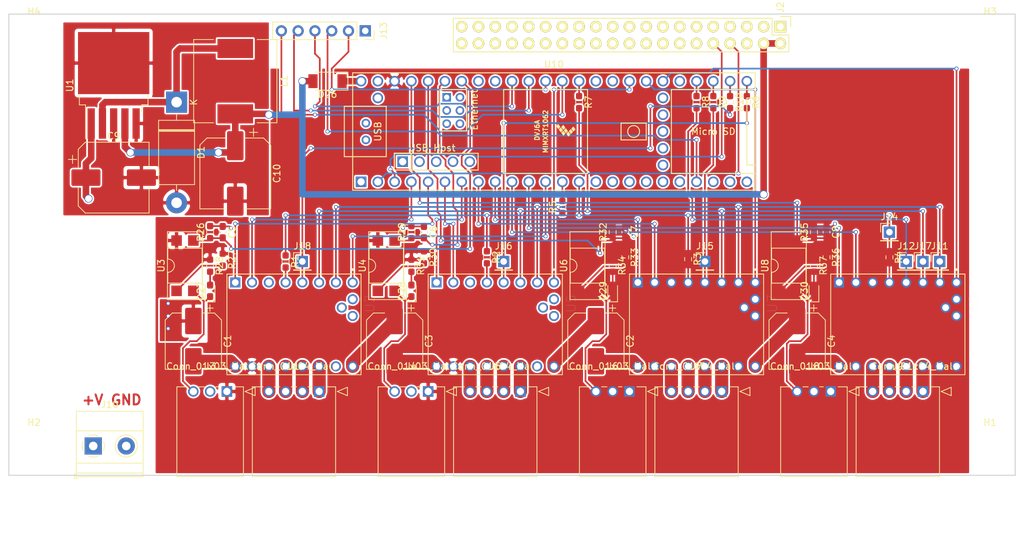
<source format=kicad_pcb>
(kicad_pcb (version 20171130) (host pcbnew "(5.1.9)-1")
  (layers (0 F.Cu signal) (1 In1.Cu signal) (2 In2.Cu signal) (31 B.Cu signal) (34 B.Paste user) (35 F.Paste user) (36 B.SilkS user) (37 F.SilkS user) (38 B.Mask user) (39 F.Mask user) (44 Edge.Cuts user))
  (net 0 "")
  (net 1 "Net-(J2-Pad1)")
  (net 2 "Net-(J2-Pad7)")
  (net 3 "Net-(J2-Pad11)")
  (net 4 "Net-(J2-Pad12)")
  (net 5 "Net-(J2-Pad13)")
  (net 6 "Net-(J2-Pad15)")
  (net 7 "Net-(J2-Pad16)")
  (net 8 "Net-(J2-Pad17)")
  (net 9 "Net-(J2-Pad27)")
  (net 10 "Net-(J2-Pad28)")
  (net 11 "Net-(J2-Pad32)")
  (net 12 "Net-(J2-Pad33)")
  (net 13 "Net-(J2-Pad35)")
  (net 14 "Net-(J2-Pad36)")
  (net 15 "Net-(J2-Pad37)")
  (net 16 "Net-(J2-Pad38)")
  (net 17 "Net-(J2-Pad40)")
  (net 18 GND)
  (net 19 "Net-(D1-Pad1)")
  (net 20 +5V)
  (net 21 "Net-(D26-Pad1)")
  (net 22 "Net-(U2-PadJP1_3)")
  (net 23 "Net-(U2-PadJP5_1)")
  (net 24 "Net-(U2-PadJP4_1)")
  (net 25 VBUS)
  (net 26 "Net-(J1-Pad4)")
  (net 27 "Net-(J1-Pad3)")
  (net 28 "Net-(J1-Pad2)")
  (net 29 "Net-(J1-Pad1)")
  (net 30 +3V3)
  (net 31 /Stepper_Driver_X/EN)
  (net 32 /Stepper_Driver_X/SDI)
  (net 33 /Stepper_Driver_X/SCK)
  (net 34 /Stepper_Driver_X/CS)
  (net 35 /Stepper_Driver_X/SDO)
  (net 36 /Stepper_Driver_X/STEP)
  (net 37 /Stepper_Driver_X/DIR)
  (net 38 /Stepper_Driver_X/Limit)
  (net 39 "Net-(R27-Pad2)")
  (net 40 "Net-(D27-Pad2)")
  (net 41 "Net-(D27-Pad1)")
  (net 42 "Net-(D28-Pad2)")
  (net 43 "Net-(D28-Pad1)")
  (net 44 "Net-(J5-Pad4)")
  (net 45 "Net-(J5-Pad3)")
  (net 46 "Net-(J5-Pad2)")
  (net 47 "Net-(J5-Pad1)")
  (net 48 /sheet608DFF62/Limit)
  (net 49 "Net-(R30-Pad2)")
  (net 50 /sheet608DFF62/EN)
  (net 51 /sheet608DFF62/CS)
  (net 52 "Net-(U5-PadJP1_3)")
  (net 53 /sheet608DFF62/STEP)
  (net 54 /sheet608DFF62/DIR)
  (net 55 "Net-(U5-PadJP5_1)")
  (net 56 "Net-(U5-PadJP4_1)")
  (net 57 "Net-(D29-Pad2)")
  (net 58 "Net-(D29-Pad1)")
  (net 59 "Net-(D30-Pad2)")
  (net 60 "Net-(D30-Pad1)")
  (net 61 "Net-(J7-Pad4)")
  (net 62 "Net-(J7-Pad3)")
  (net 63 "Net-(J7-Pad2)")
  (net 64 "Net-(J7-Pad1)")
  (net 65 "Net-(J9-Pad4)")
  (net 66 "Net-(J9-Pad3)")
  (net 67 "Net-(J9-Pad2)")
  (net 68 "Net-(J9-Pad1)")
  (net 69 /sheet608FE262/Limit)
  (net 70 "Net-(R33-Pad2)")
  (net 71 "Net-(R36-Pad2)")
  (net 72 /sheet608FE262/EN)
  (net 73 /sheet608FE262/CS)
  (net 74 "Net-(U7-PadJP1_3)")
  (net 75 /sheet608FE262/STEP)
  (net 76 /sheet608FE262/DIR)
  (net 77 "Net-(U7-PadJP5_1)")
  (net 78 "Net-(U7-PadJP4_1)")
  (net 79 /sheet608FE263/CS)
  (net 80 "Net-(U9-PadJP1_3)")
  (net 81 "Net-(U9-PadJP5_1)")
  (net 82 "Net-(U9-PadJP4_1)")
  (net 83 "Net-(U10-Pad66)")
  (net 84 "Net-(U10-Pad67)")
  (net 85 "Net-(U10-Pad54)")
  (net 86 "Net-(U10-Pad53)")
  (net 87 "Net-(U10-Pad52)")
  (net 88 "Net-(U10-Pad51)")
  (net 89 "Net-(U10-Pad50)")
  (net 90 "Net-(U10-Pad62)")
  (net 91 "Net-(U10-Pad63)")
  (net 92 "Net-(U10-Pad64)")
  (net 93 "Net-(U10-Pad61)")
  (net 94 "Net-(U10-Pad65)")
  (net 95 "Net-(U10-Pad60)")
  (net 96 "Net-(U10-Pad15)")
  (net 97 "Net-(U10-Pad22)")
  (net 98 "Net-(U10-Pad23)")
  (net 99 "Net-(U10-Pad24)")
  (net 100 "Net-(U10-Pad33)")
  (net 101 "Net-(U10-Pad34)")
  (net 102 "Net-(U10-Pad47)")
  (net 103 "Net-(U10-Pad55)")
  (net 104 "Net-(U10-Pad56)")
  (net 105 "Net-(U10-Pad57)")
  (net 106 "Net-(U10-Pad58)")
  (net 107 "Net-(U10-Pad59)")
  (net 108 "Net-(U10-Pad49)")
  (net 109 /RPi_GPIO/PI_TX)
  (net 110 /RPi_GPIO/PI_RX)
  (net 111 /RPi_GPIO/SDA)
  (net 112 /RPi_GPIO/B_STEP)
  (net 113 /RPi_GPIO/B_DIR)
  (net 114 /RPi_GPIO/B_LIMIT)
  (net 115 /RPi_GPIO/SCL)
  (net 116 /RPi_GPIO/SAFETY_DOOR)
  (net 117 /RPi_GPIO/B_ENABLE)
  (net 118 /RPi_GPIO/A_ENABLE)
  (net 119 /RPi_GPIO/A_DIR)
  (net 120 /RPi_GPIO/A_STEP)
  (net 121 /RPi_GPIO/CNC_RESET)
  (net 122 /RPi_GPIO/PROBE)
  (net 123 /RPi_GPIO/FEED_HOLD)
  (net 124 /RPi_GPIO/CYCLE_START)
  (net 125 /RPi_GPIO/COOLANT_MIST)
  (net 126 /RPi_GPIO/COOLANT_FLOOD)
  (net 127 /RPi_GPIO/A_LIMIT)
  (net 128 /RPi_GPIO/SWDIO)
  (net 129 /RPi_GPIO/SCLK)
  (net 130 "Net-(J2-Pad5)")
  (net 131 "Net-(J2-Pad3)")
  (net 132 "Net-(J2-Pad23)")
  (net 133 "Net-(J2-Pad21)")
  (net 134 "Net-(J2-Pad19)")
  (net 135 "Net-(R1-Pad2)")
  (net 136 "Net-(R2-Pad2)")
  (net 137 "Net-(R3-Pad2)")
  (net 138 "Net-(R4-Pad2)")
  (net 139 "Net-(R5-Pad2)")
  (net 140 "Net-(R7-Pad1)")
  (net 141 "Net-(R6-Pad1)")
  (net 142 "Net-(J2-Pad31)")
  (net 143 "Net-(J2-Pad29)")
  (net 144 "Net-(J2-Pad26)")
  (net 145 "Net-(J2-Pad24)")
  (net 146 "Net-(R8-Pad1)")
  (net 147 "Net-(R9-Pad1)")
  (net 148 "Net-(R10-Pad1)")
  (module Connector_PinHeader_2.54mm:PinHeader_1x01_P2.54mm_Vertical (layer F.Cu) (at 179.07 118.745)
    (fp_text reference J15 (at 0 -2.33) (layer F.SilkS))
    (fp_text value Conn_01x01_Male)
    (pad 1 thru_hole rect (at 0 0) (size 1.7 1.7) (drill 1) (layers *.Cu *.Mask) (net 73 /sheet608FE262/CS))
  )
  (module Resistor_SMD:R_0603_1608Metric_Pad0.98x0.95mm_HandSolder (layer F.Cu) (at 207.01 118.11 270)
    (fp_text reference R4 (at 0 -1.43 90) (layer F.SilkS))
    (fp_text value 100)
    (pad 2 smd roundrect (at 0.9125 0 270) (size 0.975 0.95) (layers F.Cu F.Paste F.Mask) (net 138 "Net-(R4-Pad2)"))
    (pad 1 smd roundrect (at -0.9125 0 270) (size 0.975 0.95) (layers F.Cu F.Paste F.Mask) (net 35 /Stepper_Driver_X/SDO))
  )
  (module Resistor_SMD:R_0603_1608Metric_Pad0.98x0.95mm_HandSolder (layer F.Cu) (at 176.53 118.3875 270)
    (fp_text reference R3 (at 0 -1.43 90) (layer F.SilkS))
    (fp_text value 100)
    (pad 2 smd roundrect (at 0.9125 0 270) (size 0.975 0.95) (layers F.Cu F.Paste F.Mask) (net 137 "Net-(R3-Pad2)"))
    (pad 1 smd roundrect (at -0.9125 0 270) (size 0.975 0.95) (layers F.Cu F.Paste F.Mask) (net 35 /Stepper_Driver_X/SDO))
  )
  (module sl_connector:1719740103 (layer F.Cu) (at 198.12 138.43)
    (fp_text reference J8 (at -2.54 -3.81) (layer F.SilkS))
    (fp_text value Conn_01x03_Male (at -2.54 -3.81) (layer F.SilkS))
    (fp_text user * (at 0 0) (layer F.SilkS))
    (pad 1 thru_hole rect (at 0 0) (size 1.59 1.59) (drill 1.09) (layers *.Cu *.Mask) (net 30 +3V3))
    (pad 2 thru_hole circle (at -2.54 0) (size 1.59 1.59) (drill 1.09) (layers *.Cu *.Mask) (net 18 GND))
    (pad 3 thru_hole circle (at -5.08 0) (size 1.59 1.59) (drill 1.09) (layers *.Cu *.Mask) (net 60 "Net-(D30-Pad1)"))
  )
  (module sl_connector:1719740103 (layer F.Cu) (at 167.64 138.43)
    (fp_text reference J6 (at -2.54 -3.81) (layer F.SilkS))
    (fp_text value Conn_01x03_Male (at -2.54 -3.81) (layer F.SilkS))
    (fp_text user * (at 0 0) (layer F.SilkS))
    (pad 1 thru_hole rect (at 0 0) (size 1.59 1.59) (drill 1.09) (layers *.Cu *.Mask) (net 30 +3V3))
    (pad 2 thru_hole circle (at -2.54 0) (size 1.59 1.59) (drill 1.09) (layers *.Cu *.Mask) (net 18 GND))
    (pad 3 thru_hole circle (at -5.08 0) (size 1.59 1.59) (drill 1.09) (layers *.Cu *.Mask) (net 58 "Net-(D29-Pad1)"))
  )
  (module sl_connector:1719740104 (layer F.Cu) (at 212.09 138.43)
    (fp_text reference J9 (at -3.81 -3.81) (layer F.SilkS))
    (fp_text value Conn_01x04_Male (at -1.27 -3.81) (layer F.SilkS))
    (fp_text user * (at 0 0) (layer F.SilkS))
    (pad 1 thru_hole rect (at 0 0) (size 1.59 1.59) (drill 1.09) (layers *.Cu *.Mask) (net 68 "Net-(J9-Pad1)"))
    (pad 2 thru_hole circle (at -2.54 0) (size 1.59 1.59) (drill 1.09) (layers *.Cu *.Mask) (net 67 "Net-(J9-Pad2)"))
    (pad 3 thru_hole circle (at -5.08 0) (size 1.59 1.59) (drill 1.09) (layers *.Cu *.Mask) (net 66 "Net-(J9-Pad3)"))
    (pad 4 thru_hole circle (at -7.62 0) (size 1.59 1.59) (drill 1.09) (layers *.Cu *.Mask) (net 65 "Net-(J9-Pad4)"))
  )
  (module sl_connector:1719740104 (layer F.Cu) (at 181.61 138.43)
    (fp_text reference J7 (at -3.81 -3.81) (layer F.SilkS))
    (fp_text value Conn_01x04_Male (at -3.81 -3.81) (layer F.SilkS))
    (fp_text user * (at 0 0) (layer F.SilkS))
    (pad 1 thru_hole rect (at 0 0) (size 1.59 1.59) (drill 1.09) (layers *.Cu *.Mask) (net 64 "Net-(J7-Pad1)"))
    (pad 2 thru_hole circle (at -2.54 0) (size 1.59 1.59) (drill 1.09) (layers *.Cu *.Mask) (net 63 "Net-(J7-Pad2)"))
    (pad 3 thru_hole circle (at -5.08 0) (size 1.59 1.59) (drill 1.09) (layers *.Cu *.Mask) (net 62 "Net-(J7-Pad3)"))
    (pad 4 thru_hole circle (at -7.62 0) (size 1.59 1.59) (drill 1.09) (layers *.Cu *.Mask) (net 61 "Net-(J7-Pad4)"))
  )
  (module Resistor_SMD:R_0603_1608Metric_Pad0.98x0.95mm_HandSolder (layer F.Cu) (at 195.58 119.38 270)
    (fp_text reference R37 (at 0 -1.43 90) (layer F.SilkS))
    (fp_text value 100)
    (pad 1 smd roundrect (at -0.9125 0 270) (size 0.975 0.95) (layers F.Cu F.Paste F.Mask) (net 30 +3V3))
    (pad 2 smd roundrect (at 0.9125 0 270) (size 0.975 0.95) (layers F.Cu F.Paste F.Mask) (net 59 "Net-(D30-Pad2)"))
  )
  (module Resistor_SMD:R_0603_1608Metric_Pad0.98x0.95mm_HandSolder (layer F.Cu) (at 165.1 119.38 270)
    (fp_text reference R34 (at 0 -1.43 90) (layer F.SilkS))
    (fp_text value 100)
    (pad 1 smd roundrect (at -0.9125 0 270) (size 0.975 0.95) (layers F.Cu F.Paste F.Mask) (net 30 +3V3))
    (pad 2 smd roundrect (at 0.9125 0 270) (size 0.975 0.95) (layers F.Cu F.Paste F.Mask) (net 57 "Net-(D29-Pad2)"))
  )
  (module Capacitor_SMD:C_0603_1608Metric_Pad1.08x0.95mm_HandSolder (layer F.Cu) (at 197.485 114.3 270)
    (fp_text reference C8 (at 0 -1.43 90) (layer F.SilkS))
    (fp_text value 100nF)
    (pad 1 smd roundrect (at -0.8625 0 270) (size 1.075 0.95) (layers F.Cu F.Paste F.Mask) (net 18 GND))
    (pad 2 smd roundrect (at 0.8625 0 270) (size 1.075 0.95) (layers F.Cu F.Paste F.Mask) (net 127 /RPi_GPIO/A_LIMIT))
  )
  (module Capacitor_SMD:C_0603_1608Metric_Pad1.08x0.95mm_HandSolder (layer F.Cu) (at 167.005 114.3 270)
    (fp_text reference C7 (at 0 -1.43 90) (layer F.SilkS))
    (fp_text value 100nF)
    (pad 1 smd roundrect (at -0.8625 0 270) (size 1.075 0.95) (layers F.Cu F.Paste F.Mask) (net 18 GND))
    (pad 2 smd roundrect (at 0.8625 0 270) (size 1.075 0.95) (layers F.Cu F.Paste F.Mask) (net 69 /sheet608FE262/Limit))
  )
  (module Trinamic:MODULE_TMC_SILENTSTEPSTICK (layer F.Cu) (at 208.28 128.27 270)
    (fp_text reference U9 (at -3.155 -11.489 90) (layer F.SilkS) (effects (font (size 1.4 1.4) (thickness 0.015))))
    (fp_text value TMC5160_SILENTSTEPSTICK)
    (pad JP3_1 thru_hole circle (at -2.54 -7.239 270) (size 1.524 1.524) (drill 1.016) (layers *.Cu *.Mask))
    (pad JP4_1 thru_hole circle (at -1.27 -8.89 270) (size 1.524 1.524) (drill 1.016) (layers *.Cu *.Mask) (net 82 "Net-(U9-PadJP4_1)"))
    (pad JP5_1 thru_hole circle (at -3.81 -8.89 270) (size 1.524 1.524) (drill 1.016) (layers *.Cu *.Mask) (net 81 "Net-(U9-PadJP5_1)"))
    (pad JP1_1 thru_hole rect (at -6.35 8.89 270) (size 1.524 1.524) (drill 1.016) (layers *.Cu *.Mask) (net 119 /RPi_GPIO/A_DIR))
    (pad JP1_2 thru_hole circle (at -6.35 6.35 270) (size 1.524 1.524) (drill 1.016) (layers *.Cu *.Mask) (net 120 /RPi_GPIO/A_STEP))
    (pad JP1_3 thru_hole circle (at -6.35 3.81 270) (size 1.524 1.524) (drill 1.016) (layers *.Cu *.Mask) (net 80 "Net-(U9-PadJP1_3)"))
    (pad JP1_4 thru_hole circle (at -6.35 1.27 270) (size 1.524 1.524) (drill 1.016) (layers *.Cu *.Mask) (net 138 "Net-(R4-Pad2)"))
    (pad JP1_5 thru_hole circle (at -6.35 -1.27 270) (size 1.524 1.524) (drill 1.016) (layers *.Cu *.Mask) (net 79 /sheet608FE263/CS))
    (pad JP1_6 thru_hole circle (at -6.35 -3.81 270) (size 1.524 1.524) (drill 1.016) (layers *.Cu *.Mask) (net 33 /Stepper_Driver_X/SCK))
    (pad JP1_7 thru_hole circle (at -6.35 -6.35 270) (size 1.524 1.524) (drill 1.016) (layers *.Cu *.Mask) (net 32 /Stepper_Driver_X/SDI))
    (pad JP1_8 thru_hole circle (at -6.35 -8.89 270) (size 1.524 1.524) (drill 1.016) (layers *.Cu *.Mask) (net 118 /RPi_GPIO/A_ENABLE))
    (pad JP2_1 thru_hole circle (at 6.35 -8.89 270) (size 1.524 1.524) (drill 1.016) (layers *.Cu *.Mask) (net 25 VBUS))
    (pad JP2_2 thru_hole circle (at 6.35 -6.35 270) (size 1.524 1.524) (drill 1.016) (layers *.Cu *.Mask) (net 18 GND))
    (pad JP2_3 thru_hole circle (at 6.35 -3.81 270) (size 1.524 1.524) (drill 1.016) (layers *.Cu *.Mask) (net 68 "Net-(J9-Pad1)"))
    (pad JP2_4 thru_hole circle (at 6.35 -1.27 270) (size 1.524 1.524) (drill 1.016) (layers *.Cu *.Mask) (net 67 "Net-(J9-Pad2)"))
    (pad JP2_5 thru_hole circle (at 6.35 1.27 270) (size 1.524 1.524) (drill 1.016) (layers *.Cu *.Mask) (net 66 "Net-(J9-Pad3)"))
    (pad JP2_6 thru_hole circle (at 6.35 3.81 270) (size 1.524 1.524) (drill 1.016) (layers *.Cu *.Mask) (net 65 "Net-(J9-Pad4)"))
    (pad JP2_7 thru_hole circle (at 6.35 6.35 270) (size 1.524 1.524) (drill 1.016) (layers *.Cu *.Mask) (net 30 +3V3))
    (pad JP2_8 thru_hole circle (at 6.35 8.89 270) (size 1.524 1.524) (drill 1.016) (layers *.Cu *.Mask) (net 18 GND))
  )
  (module Package_DIP:DIP-4_W7.62mm_SMDSocket_SmallPads (layer F.Cu) (at 191.77 119.38 90)
    (fp_text reference U8 (at 0 -3.6 90) (layer F.SilkS))
    (fp_text value LTV-817)
    (pad 1 smd rect (at -3.81 -1.27 90) (size 1.6 1.6) (layers F.Cu F.Paste F.Mask) (net 71 "Net-(R36-Pad2)"))
    (pad 3 smd rect (at 3.81 1.27 90) (size 1.6 1.6) (layers F.Cu F.Paste F.Mask) (net 127 /RPi_GPIO/A_LIMIT))
    (pad 2 smd rect (at -3.81 1.27 90) (size 1.6 1.6) (layers F.Cu F.Paste F.Mask) (net 60 "Net-(D30-Pad1)"))
    (pad 4 smd rect (at 3.81 -1.27 90) (size 1.6 1.6) (layers F.Cu F.Paste F.Mask) (net 30 +3V3))
  )
  (module Trinamic:MODULE_TMC_SILENTSTEPSTICK (layer F.Cu) (at 177.8 128.27 270)
    (fp_text reference U7 (at -3.155 -11.489 270) (layer F.SilkS) (effects (font (size 1.4 1.4) (thickness 0.015))))
    (fp_text value TMC5160_SILENTSTEPSTICK)
    (pad JP3_1 thru_hole circle (at -2.54 -7.239 270) (size 1.524 1.524) (drill 1.016) (layers *.Cu *.Mask))
    (pad JP4_1 thru_hole circle (at -1.27 -8.89 270) (size 1.524 1.524) (drill 1.016) (layers *.Cu *.Mask) (net 78 "Net-(U7-PadJP4_1)"))
    (pad JP5_1 thru_hole circle (at -3.81 -8.89 270) (size 1.524 1.524) (drill 1.016) (layers *.Cu *.Mask) (net 77 "Net-(U7-PadJP5_1)"))
    (pad JP1_1 thru_hole rect (at -6.35 8.89 270) (size 1.524 1.524) (drill 1.016) (layers *.Cu *.Mask) (net 76 /sheet608FE262/DIR))
    (pad JP1_2 thru_hole circle (at -6.35 6.35 270) (size 1.524 1.524) (drill 1.016) (layers *.Cu *.Mask) (net 75 /sheet608FE262/STEP))
    (pad JP1_3 thru_hole circle (at -6.35 3.81 270) (size 1.524 1.524) (drill 1.016) (layers *.Cu *.Mask) (net 74 "Net-(U7-PadJP1_3)"))
    (pad JP1_4 thru_hole circle (at -6.35 1.27 270) (size 1.524 1.524) (drill 1.016) (layers *.Cu *.Mask) (net 137 "Net-(R3-Pad2)"))
    (pad JP1_5 thru_hole circle (at -6.35 -1.27 270) (size 1.524 1.524) (drill 1.016) (layers *.Cu *.Mask) (net 73 /sheet608FE262/CS))
    (pad JP1_6 thru_hole circle (at -6.35 -3.81 270) (size 1.524 1.524) (drill 1.016) (layers *.Cu *.Mask) (net 33 /Stepper_Driver_X/SCK))
    (pad JP1_7 thru_hole circle (at -6.35 -6.35 270) (size 1.524 1.524) (drill 1.016) (layers *.Cu *.Mask) (net 32 /Stepper_Driver_X/SDI))
    (pad JP1_8 thru_hole circle (at -6.35 -8.89 270) (size 1.524 1.524) (drill 1.016) (layers *.Cu *.Mask) (net 72 /sheet608FE262/EN))
    (pad JP2_1 thru_hole circle (at 6.35 -8.89 270) (size 1.524 1.524) (drill 1.016) (layers *.Cu *.Mask) (net 25 VBUS))
    (pad JP2_2 thru_hole circle (at 6.35 -6.35 270) (size 1.524 1.524) (drill 1.016) (layers *.Cu *.Mask) (net 18 GND))
    (pad JP2_3 thru_hole circle (at 6.35 -3.81 270) (size 1.524 1.524) (drill 1.016) (layers *.Cu *.Mask) (net 64 "Net-(J7-Pad1)"))
    (pad JP2_4 thru_hole circle (at 6.35 -1.27 270) (size 1.524 1.524) (drill 1.016) (layers *.Cu *.Mask) (net 63 "Net-(J7-Pad2)"))
    (pad JP2_5 thru_hole circle (at 6.35 1.27 270) (size 1.524 1.524) (drill 1.016) (layers *.Cu *.Mask) (net 62 "Net-(J7-Pad3)"))
    (pad JP2_6 thru_hole circle (at 6.35 3.81 270) (size 1.524 1.524) (drill 1.016) (layers *.Cu *.Mask) (net 61 "Net-(J7-Pad4)"))
    (pad JP2_7 thru_hole circle (at 6.35 6.35 270) (size 1.524 1.524) (drill 1.016) (layers *.Cu *.Mask) (net 30 +3V3))
    (pad JP2_8 thru_hole circle (at 6.35 8.89 270) (size 1.524 1.524) (drill 1.016) (layers *.Cu *.Mask) (net 18 GND))
  )
  (module Package_DIP:DIP-4_W7.62mm_SMDSocket_SmallPads (layer F.Cu) (at 161.29 119.38 90)
    (fp_text reference U6 (at 0 -3.6 90) (layer F.SilkS))
    (fp_text value LTV-817)
    (pad 1 smd rect (at -3.81 -1.27 90) (size 1.6 1.6) (layers F.Cu F.Paste F.Mask) (net 70 "Net-(R33-Pad2)"))
    (pad 3 smd rect (at 3.81 1.27 90) (size 1.6 1.6) (layers F.Cu F.Paste F.Mask) (net 69 /sheet608FE262/Limit))
    (pad 2 smd rect (at -3.81 1.27 90) (size 1.6 1.6) (layers F.Cu F.Paste F.Mask) (net 58 "Net-(D29-Pad1)"))
    (pad 4 smd rect (at 3.81 -1.27 90) (size 1.6 1.6) (layers F.Cu F.Paste F.Mask) (net 30 +3V3))
  )
  (module Resistor_SMD:R_0603_1608Metric_Pad0.98x0.95mm_HandSolder (layer F.Cu) (at 197.485 118.11 270)
    (fp_text reference R36 (at 0 -1.43 90) (layer F.SilkS))
    (fp_text value 100)
    (pad 1 smd roundrect (at -0.9125 0 270) (size 0.975 0.95) (layers F.Cu F.Paste F.Mask) (net 30 +3V3))
    (pad 2 smd roundrect (at 0.9125 0 270) (size 0.975 0.95) (layers F.Cu F.Paste F.Mask) (net 71 "Net-(R36-Pad2)"))
  )
  (module Resistor_SMD:R_0603_1608Metric_Pad0.98x0.95mm_HandSolder (layer F.Cu) (at 195.58 114.3 90)
    (fp_text reference R35 (at 0 -1.43 90) (layer F.SilkS))
    (fp_text value 100)
    (pad 1 smd roundrect (at -0.9125 0 90) (size 0.975 0.95) (layers F.Cu F.Paste F.Mask) (net 127 /RPi_GPIO/A_LIMIT))
    (pad 2 smd roundrect (at 0.9125 0 90) (size 0.975 0.95) (layers F.Cu F.Paste F.Mask) (net 18 GND))
  )
  (module Resistor_SMD:R_0603_1608Metric_Pad0.98x0.95mm_HandSolder (layer F.Cu) (at 167.005 118.11 270)
    (fp_text reference R33 (at 0 -1.43 90) (layer F.SilkS))
    (fp_text value 100)
    (pad 1 smd roundrect (at -0.9125 0 270) (size 0.975 0.95) (layers F.Cu F.Paste F.Mask) (net 30 +3V3))
    (pad 2 smd roundrect (at 0.9125 0 270) (size 0.975 0.95) (layers F.Cu F.Paste F.Mask) (net 70 "Net-(R33-Pad2)"))
  )
  (module Resistor_SMD:R_0603_1608Metric_Pad0.98x0.95mm_HandSolder (layer F.Cu) (at 165.1 114.3 90)
    (fp_text reference R32 (at 0 -1.43 90) (layer F.SilkS))
    (fp_text value 100)
    (pad 1 smd roundrect (at -0.9125 0 90) (size 0.975 0.95) (layers F.Cu F.Paste F.Mask) (net 69 /sheet608FE262/Limit))
    (pad 2 smd roundrect (at 0.9125 0 90) (size 0.975 0.95) (layers F.Cu F.Paste F.Mask) (net 18 GND))
  )
  (module LED_SMD:LED_0603_1608Metric_Pad1.05x0.95mm_HandSolder (layer F.Cu) (at 195.58 123.19 90)
    (fp_text reference D30 (at 0 -1.43 90) (layer F.SilkS))
    (fp_text value LED)
    (pad 1 smd roundrect (at -0.875 0 90) (size 1.05 0.95) (layers F.Cu F.Paste F.Mask) (net 60 "Net-(D30-Pad1)"))
    (pad 2 smd roundrect (at 0.875 0 90) (size 1.05 0.95) (layers F.Cu F.Paste F.Mask) (net 59 "Net-(D30-Pad2)"))
  )
  (module LED_SMD:LED_0603_1608Metric_Pad1.05x0.95mm_HandSolder (layer F.Cu) (at 165.1 123.19 90)
    (fp_text reference D29 (at 0 -1.43 90) (layer F.SilkS))
    (fp_text value LED)
    (pad 1 smd roundrect (at -0.875 0 90) (size 1.05 0.95) (layers F.Cu F.Paste F.Mask) (net 58 "Net-(D29-Pad1)"))
    (pad 2 smd roundrect (at 0.875 0 90) (size 1.05 0.95) (layers F.Cu F.Paste F.Mask) (net 57 "Net-(D29-Pad2)"))
  )
  (module Capacitor_SMD:CP_Elec_8x6.7 (layer F.Cu) (at 193.04 130.81 270)
    (fp_text reference C4 (at 0 -5.2 270) (layer F.SilkS))
    (fp_text value 10uF)
    (pad 1 smd roundrect (at -3.05 0 270) (size 4 2.5) (layers F.Cu F.Paste F.Mask) (roundrect_rratio 0.1) (net 25 VBUS))
    (pad 2 smd roundrect (at 3.05 0 270) (size 4 2.5) (layers F.Cu F.Paste F.Mask) (roundrect_rratio 0.1) (net 18 GND))
  )
  (module Capacitor_SMD:CP_Elec_8x6.7 (layer F.Cu) (at 132.08 130.81 270)
    (fp_text reference C3 (at 0 -5.2 270) (layer F.SilkS))
    (fp_text value 10uF)
    (pad 1 smd roundrect (at -3.05 0 270) (size 4 2.5) (layers F.Cu F.Paste F.Mask) (roundrect_rratio 0.1) (net 25 VBUS))
    (pad 2 smd roundrect (at 3.05 0 270) (size 4 2.5) (layers F.Cu F.Paste F.Mask) (roundrect_rratio 0.1) (net 18 GND))
  )
  (module Connector_PinHeader_2.54mm:PinHeader_1x01_P2.54mm_Vertical (layer F.Cu) (at 209.55 118.745)
    (fp_text reference J12 (at 0 -2.33) (layer F.SilkS))
    (fp_text value Conn_01x01_Male)
    (pad 1 thru_hole rect (at 0 0) (size 1.7 1.7) (drill 1) (layers *.Cu *.Mask) (net 79 /sheet608FE263/CS))
  )
  (module Connector_PinHeader_2.54mm:PinHeader_1x01_P2.54mm_Vertical (layer F.Cu) (at 118.11 118.745)
    (fp_text reference J18 (at 0 -2.33) (layer F.SilkS))
    (fp_text value Conn_01x01_Male)
    (pad 1 thru_hole rect (at 0 0) (size 1.7 1.7) (drill 1) (layers *.Cu *.Mask) (net 34 /Stepper_Driver_X/CS))
  )
  (module Connector_PinHeader_2.54mm:PinHeader_1x01_P2.54mm_Vertical (layer F.Cu) (at 212.09 118.745)
    (fp_text reference J17 (at 0 -2.33) (layer F.SilkS))
    (fp_text value Conn_01x01_Male)
    (pad 1 thru_hole rect (at 0 0) (size 1.7 1.7) (drill 1) (layers *.Cu *.Mask) (net 33 /Stepper_Driver_X/SCK))
  )
  (module Connector_PinHeader_2.54mm:PinHeader_1x01_P2.54mm_Vertical (layer F.Cu) (at 148.59 118.745)
    (fp_text reference J16 (at 0 -2.33) (layer F.SilkS))
    (fp_text value Conn_01x01_Male)
    (pad 1 thru_hole rect (at 0 0) (size 1.7 1.7) (drill 1) (layers *.Cu *.Mask) (net 51 /sheet608DFF62/CS))
  )
  (module Connector_PinHeader_2.54mm:PinHeader_1x01_P2.54mm_Vertical (layer F.Cu) (at 207.01 114.3)
    (fp_text reference J14 (at 0 -2.33) (layer F.SilkS))
    (fp_text value Conn_01x01_Male)
    (pad 1 thru_hole rect (at 0 0) (size 1.7 1.7) (drill 1) (layers *.Cu *.Mask) (net 35 /Stepper_Driver_X/SDO))
  )
  (module Connector_PinHeader_2.54mm:PinHeader_1x01_P2.54mm_Vertical (layer F.Cu) (at 214.63 118.745)
    (fp_text reference J11 (at 0 -2.33) (layer F.SilkS))
    (fp_text value Conn_01x01_Male)
    (pad 1 thru_hole rect (at 0 0) (size 1.7 1.7) (drill 1) (layers *.Cu *.Mask) (net 32 /Stepper_Driver_X/SDI))
  )
  (module Resistor_SMD:R_0603_1608Metric_Pad0.98x0.95mm_HandSolder (layer F.Cu) (at 182.88 94.615 270)
    (fp_text reference R10 (at 0 -1.43 90) (layer F.SilkS))
    (fp_text value 100)
    (pad 2 smd roundrect (at 0.9125 0 270) (size 0.975 0.95) (layers F.Cu F.Paste F.Mask) (net 34 /Stepper_Driver_X/CS))
    (pad 1 smd roundrect (at -0.9125 0 270) (size 0.975 0.95) (layers F.Cu F.Paste F.Mask) (net 148 "Net-(R10-Pad1)"))
  )
  (module Resistor_SMD:R_0603_1608Metric_Pad0.98x0.95mm_HandSolder (layer F.Cu) (at 180.34 94.615 270)
    (fp_text reference R9 (at 0 -1.43 90) (layer F.SilkS))
    (fp_text value 100)
    (pad 2 smd roundrect (at 0.9125 0 270) (size 0.975 0.95) (layers F.Cu F.Paste F.Mask) (net 73 /sheet608FE262/CS))
    (pad 1 smd roundrect (at -0.9125 0 270) (size 0.975 0.95) (layers F.Cu F.Paste F.Mask) (net 147 "Net-(R9-Pad1)"))
  )
  (module Resistor_SMD:R_0603_1608Metric_Pad0.98x0.95mm_HandSolder (layer F.Cu) (at 177.8 94.615 270)
    (fp_text reference R8 (at 0 -1.43 90) (layer F.SilkS))
    (fp_text value 100)
    (pad 2 smd roundrect (at 0.9125 0 270) (size 0.975 0.95) (layers F.Cu F.Paste F.Mask) (net 79 /sheet608FE263/CS))
    (pad 1 smd roundrect (at -0.9125 0 270) (size 0.975 0.95) (layers F.Cu F.Paste F.Mask) (net 146 "Net-(R8-Pad1)"))
  )
  (module Resistor_SMD:R_0603_1608Metric_Pad0.98x0.95mm_HandSolder (layer F.Cu) (at 160.02 94.615 270)
    (fp_text reference R7 (at 0 -1.43 90) (layer F.SilkS))
    (fp_text value 100)
    (pad 2 smd roundrect (at 0.9125 0 270) (size 0.975 0.95) (layers F.Cu F.Paste F.Mask) (net 33 /Stepper_Driver_X/SCK))
    (pad 1 smd roundrect (at -0.9125 0 270) (size 0.975 0.95) (layers F.Cu F.Paste F.Mask) (net 140 "Net-(R7-Pad1)"))
  )
  (module Resistor_SMD:R_0603_1608Metric_Pad0.98x0.95mm_HandSolder (layer F.Cu) (at 185.42 94.615 270)
    (fp_text reference R6 (at 0 -1.43 90) (layer F.SilkS))
    (fp_text value 100)
    (pad 2 smd roundrect (at 0.9125 0 270) (size 0.975 0.95) (layers F.Cu F.Paste F.Mask) (net 51 /sheet608DFF62/CS))
    (pad 1 smd roundrect (at -0.9125 0 270) (size 0.975 0.95) (layers F.Cu F.Paste F.Mask) (net 141 "Net-(R6-Pad1)"))
  )
  (module Resistor_SMD:R_0603_1608Metric_Pad0.98x0.95mm_HandSolder (layer F.Cu) (at 157.48 110.49 90)
    (fp_text reference R5 (at 0 -1.43 90) (layer F.SilkS))
    (fp_text value 100)
    (pad 2 smd roundrect (at 0.9125 0 90) (size 0.975 0.95) (layers F.Cu F.Paste F.Mask) (net 139 "Net-(R5-Pad2)"))
    (pad 1 smd roundrect (at -0.9125 0 90) (size 0.975 0.95) (layers F.Cu F.Paste F.Mask) (net 32 /Stepper_Driver_X/SDI))
  )
  (module Resistor_SMD:R_0603_1608Metric_Pad0.98x0.95mm_HandSolder (layer F.Cu) (at 146.05 118.11 270)
    (fp_text reference R2 (at 0 -1.43 90) (layer F.SilkS))
    (fp_text value 100)
    (pad 2 smd roundrect (at 0.9125 0 270) (size 0.975 0.95) (layers F.Cu F.Paste F.Mask) (net 136 "Net-(R2-Pad2)"))
    (pad 1 smd roundrect (at -0.9125 0 270) (size 0.975 0.95) (layers F.Cu F.Paste F.Mask) (net 35 /Stepper_Driver_X/SDO))
  )
  (module Resistor_SMD:R_0603_1608Metric_Pad0.98x0.95mm_HandSolder (layer F.Cu) (at 115.57 118.745 270)
    (fp_text reference R1 (at 0 -1.43 90) (layer F.SilkS))
    (fp_text value 100)
    (pad 2 smd roundrect (at 0.9125 0 270) (size 0.975 0.95) (layers F.Cu F.Paste F.Mask) (net 135 "Net-(R1-Pad2)"))
    (pad 1 smd roundrect (at -0.9125 0 270) (size 0.975 0.95) (layers F.Cu F.Paste F.Mask) (net 35 /Stepper_Driver_X/SDO))
  )
  (module MountingHole:MountingHole_3.2mm_M3 (layer F.Cu) (at 77.47 85.09)
    (fp_text reference H4 (at 0 -4.2) (layer F.SilkS))
    (fp_text value MountingHole)
    (pad 1 np_thru_hole circle (at 0 0) (size 3.2 3.2) (drill 3.2) (layers *.Cu *.Mask))
  )
  (module MountingHole:MountingHole_3.2mm_M3 (layer F.Cu) (at 222.25 85.09)
    (fp_text reference H3 (at 0 -4.2) (layer F.SilkS))
    (fp_text value MountingHole)
    (pad 1 np_thru_hole circle (at 0 0) (size 3.2 3.2) (drill 3.2) (layers *.Cu *.Mask))
  )
  (module MountingHole:MountingHole_3.2mm_M3 (layer F.Cu) (at 77.47 147.32)
    (fp_text reference H2 (at 0 -4.2) (layer F.SilkS))
    (fp_text value MountingHole)
    (pad 1 np_thru_hole circle (at 0 0) (size 3.2 3.2) (drill 3.2) (layers *.Cu *.Mask))
  )
  (module MountingHole:MountingHole_3.2mm_M3 (layer F.Cu) (at 222.25 147.32)
    (fp_text reference H1 (at 0 -4.2) (layer F.SilkS))
    (fp_text value MountingHole)
    (pad 1 np_thru_hole circle (at 0 0) (size 3.2 3.2) (drill 3.2) (layers *.Cu *.Mask))
  )
  (module Capacitor_SMD:CP_Elec_10x12.5 (layer F.Cu) (at 107.95 105.41 270)
    (fp_text reference C10 (at 0 -6.3 90) (layer F.SilkS))
    (fp_text value 1000uF)
    (pad 1 smd roundrect (at -4.2 0 270) (size 4.4 2.5) (layers F.Cu F.Paste F.Mask) (roundrect_rratio 0.1) (net 20 +5V))
    (pad 2 smd roundrect (at 4.2 0 270) (size 4.4 2.5) (layers F.Cu F.Paste F.Mask) (roundrect_rratio 0.1) (net 18 GND))
  )
  (module Capacitor_SMD:CP_Elec_10x12.5 (layer F.Cu) (at 89.535 106.045)
    (fp_text reference C9 (at 0 -6.3 180) (layer F.SilkS))
    (fp_text value 100uF)
    (pad 1 smd roundrect (at -4.2 0) (size 4.4 2.5) (layers F.Cu F.Paste F.Mask) (roundrect_rratio 0.1) (net 25 VBUS))
    (pad 2 smd roundrect (at 4.2 0) (size 4.4 2.5) (layers F.Cu F.Paste F.Mask) (roundrect_rratio 0.1) (net 18 GND))
  )
  (module Diode_THT:D_DO-201AD_P15.24mm_Horizontal (layer F.Cu) (at 99.06 94.615 270)
    (fp_text reference D1 (at 7.62 -3.72 270) (layer F.SilkS))
    (fp_text value 1N5822)
    (fp_text user K (at 0 -2.6 270) (layer F.SilkS))
    (pad 1 thru_hole rect (at 0 0 270) (size 3.2 3.2) (drill 1.6) (layers *.Cu *.Mask) (net 19 "Net-(D1-Pad1)"))
    (pad 2 thru_hole oval (at 15.24 0 270) (size 3.2 3.2) (drill 1.6) (layers *.Cu *.Mask) (net 18 GND))
  )
  (module TerminalBlock_Phoenix:TerminalBlock_Phoenix_MKDS-1,5-2_1x02_P5.00mm_Horizontal (layer F.Cu) (at 86.44 146.685)
    (fp_text reference J10 (at 2.5 -6.26) (layer F.SilkS))
    (fp_text value Conn_01x02_Male)
    (pad 2 thru_hole circle (at 5 0) (size 2.6 2.6) (drill 1.3) (layers *.Cu *.Mask) (net 18 GND))
    (pad 1 thru_hole rect (at 0 0) (size 2.6 2.6) (drill 1.3) (layers *.Cu *.Mask) (net 25 VBUS))
  )
  (module sl_connector:1719740103 (layer F.Cu) (at 137.16 138.43)
    (fp_text reference J4 (at -2.54 -3.81) (layer F.SilkS))
    (fp_text value Conn_01x03_Male (at -2.54 -3.81) (layer F.SilkS))
    (fp_text user * (at 0 0) (layer F.SilkS))
    (pad 1 thru_hole rect (at 0 0) (size 1.59 1.59) (drill 1.09) (layers *.Cu *.Mask) (net 30 +3V3))
    (pad 2 thru_hole circle (at -2.54 0) (size 1.59 1.59) (drill 1.09) (layers *.Cu *.Mask) (net 18 GND))
    (pad 3 thru_hole circle (at -5.08 0) (size 1.59 1.59) (drill 1.09) (layers *.Cu *.Mask) (net 43 "Net-(D28-Pad1)"))
  )
  (module sl_connector:1719740103 (layer F.Cu) (at 106.68 138.43)
    (fp_text reference J3 (at -2.54 -3.81) (layer F.SilkS))
    (fp_text value Conn_01x03_Male (at -2.54 -3.81) (layer F.SilkS))
    (fp_text user * (at 0 0) (layer F.SilkS))
    (pad 1 thru_hole rect (at 0 0) (size 1.59 1.59) (drill 1.09) (layers *.Cu *.Mask) (net 30 +3V3))
    (pad 2 thru_hole circle (at -2.54 0) (size 1.59 1.59) (drill 1.09) (layers *.Cu *.Mask) (net 18 GND))
    (pad 3 thru_hole circle (at -5.08 0) (size 1.59 1.59) (drill 1.09) (layers *.Cu *.Mask) (net 41 "Net-(D27-Pad1)"))
  )
  (module sl_connector:1719740104 (layer F.Cu) (at 151.13 138.43)
    (fp_text reference J5 (at -3.81 -3.81) (layer F.SilkS))
    (fp_text value Conn_01x04_Male (at -3.81 -3.81) (layer F.SilkS))
    (fp_text user * (at 0 0) (layer F.SilkS))
    (pad 1 thru_hole rect (at 0 0) (size 1.59 1.59) (drill 1.09) (layers *.Cu *.Mask) (net 47 "Net-(J5-Pad1)"))
    (pad 2 thru_hole circle (at -2.54 0) (size 1.59 1.59) (drill 1.09) (layers *.Cu *.Mask) (net 46 "Net-(J5-Pad2)"))
    (pad 3 thru_hole circle (at -5.08 0) (size 1.59 1.59) (drill 1.09) (layers *.Cu *.Mask) (net 45 "Net-(J5-Pad3)"))
    (pad 4 thru_hole circle (at -7.62 0) (size 1.59 1.59) (drill 1.09) (layers *.Cu *.Mask) (net 44 "Net-(J5-Pad4)"))
  )
  (module sl_connector:1719740104 (layer F.Cu) (at 120.65 138.43)
    (fp_text reference J1 (at -3.81 -3.81) (layer F.SilkS))
    (fp_text value Conn_01x04_Male (at -3.81 -3.81) (layer F.SilkS))
    (fp_text user * (at 0 0) (layer F.SilkS))
    (pad 1 thru_hole rect (at 0 0) (size 1.59 1.59) (drill 1.09) (layers *.Cu *.Mask) (net 29 "Net-(J1-Pad1)"))
    (pad 2 thru_hole circle (at -2.54 0) (size 1.59 1.59) (drill 1.09) (layers *.Cu *.Mask) (net 28 "Net-(J1-Pad2)"))
    (pad 3 thru_hole circle (at -5.08 0) (size 1.59 1.59) (drill 1.09) (layers *.Cu *.Mask) (net 27 "Net-(J1-Pad3)"))
    (pad 4 thru_hole circle (at -7.62 0) (size 1.59 1.59) (drill 1.09) (layers *.Cu *.Mask) (net 26 "Net-(J1-Pad4)"))
  )
  (module Resistor_SMD:R_0603_1608Metric_Pad0.98x0.95mm_HandSolder (layer F.Cu) (at 134.62 119.38 270)
    (fp_text reference R31 (at 0 -1.43 90) (layer F.SilkS))
    (fp_text value 100)
    (pad 1 smd roundrect (at -0.9125 0 270) (size 0.975 0.95) (layers F.Cu F.Paste F.Mask) (net 30 +3V3))
    (pad 2 smd roundrect (at 0.9125 0 270) (size 0.975 0.95) (layers F.Cu F.Paste F.Mask) (net 42 "Net-(D28-Pad2)"))
  )
  (module Resistor_SMD:R_0603_1608Metric_Pad0.98x0.95mm_HandSolder (layer F.Cu) (at 104.14 119.38 270)
    (fp_text reference R28 (at 0 -1.43 90) (layer F.SilkS))
    (fp_text value 100)
    (pad 1 smd roundrect (at -0.9125 0 270) (size 0.975 0.95) (layers F.Cu F.Paste F.Mask) (net 30 +3V3))
    (pad 2 smd roundrect (at 0.9125 0 270) (size 0.975 0.95) (layers F.Cu F.Paste F.Mask) (net 40 "Net-(D27-Pad2)"))
  )
  (module Trinamic:MODULE_TMC_SILENTSTEPSTICK (layer F.Cu) (at 116.84 128.27 270)
    (fp_text reference U2 (at -3.155 -11.489 270) (layer F.SilkS) (effects (font (size 1.4 1.4) (thickness 0.015))))
    (fp_text value TMC5160_SILENTSTEPSTICK)
    (pad JP3_1 thru_hole circle (at -2.54 -7.239 270) (size 1.524 1.524) (drill 1.016) (layers *.Cu *.Mask))
    (pad JP4_1 thru_hole circle (at -1.27 -8.89 270) (size 1.524 1.524) (drill 1.016) (layers *.Cu *.Mask) (net 24 "Net-(U2-PadJP4_1)"))
    (pad JP5_1 thru_hole circle (at -3.81 -8.89 270) (size 1.524 1.524) (drill 1.016) (layers *.Cu *.Mask) (net 23 "Net-(U2-PadJP5_1)"))
    (pad JP1_1 thru_hole rect (at -6.35 8.89 270) (size 1.524 1.524) (drill 1.016) (layers *.Cu *.Mask) (net 37 /Stepper_Driver_X/DIR))
    (pad JP1_2 thru_hole circle (at -6.35 6.35 270) (size 1.524 1.524) (drill 1.016) (layers *.Cu *.Mask) (net 36 /Stepper_Driver_X/STEP))
    (pad JP1_3 thru_hole circle (at -6.35 3.81 270) (size 1.524 1.524) (drill 1.016) (layers *.Cu *.Mask) (net 22 "Net-(U2-PadJP1_3)"))
    (pad JP1_4 thru_hole circle (at -6.35 1.27 270) (size 1.524 1.524) (drill 1.016) (layers *.Cu *.Mask) (net 135 "Net-(R1-Pad2)"))
    (pad JP1_5 thru_hole circle (at -6.35 -1.27 270) (size 1.524 1.524) (drill 1.016) (layers *.Cu *.Mask) (net 34 /Stepper_Driver_X/CS))
    (pad JP1_6 thru_hole circle (at -6.35 -3.81 270) (size 1.524 1.524) (drill 1.016) (layers *.Cu *.Mask) (net 33 /Stepper_Driver_X/SCK))
    (pad JP1_7 thru_hole circle (at -6.35 -6.35 270) (size 1.524 1.524) (drill 1.016) (layers *.Cu *.Mask) (net 32 /Stepper_Driver_X/SDI))
    (pad JP1_8 thru_hole circle (at -6.35 -8.89 270) (size 1.524 1.524) (drill 1.016) (layers *.Cu *.Mask) (net 31 /Stepper_Driver_X/EN))
    (pad JP2_1 thru_hole circle (at 6.35 -8.89 270) (size 1.524 1.524) (drill 1.016) (layers *.Cu *.Mask) (net 25 VBUS))
    (pad JP2_2 thru_hole circle (at 6.35 -6.35 270) (size 1.524 1.524) (drill 1.016) (layers *.Cu *.Mask) (net 18 GND))
    (pad JP2_3 thru_hole circle (at 6.35 -3.81 270) (size 1.524 1.524) (drill 1.016) (layers *.Cu *.Mask) (net 29 "Net-(J1-Pad1)"))
    (pad JP2_4 thru_hole circle (at 6.35 -1.27 270) (size 1.524 1.524) (drill 1.016) (layers *.Cu *.Mask) (net 28 "Net-(J1-Pad2)"))
    (pad JP2_5 thru_hole circle (at 6.35 1.27 270) (size 1.524 1.524) (drill 1.016) (layers *.Cu *.Mask) (net 27 "Net-(J1-Pad3)"))
    (pad JP2_6 thru_hole circle (at 6.35 3.81 270) (size 1.524 1.524) (drill 1.016) (layers *.Cu *.Mask) (net 26 "Net-(J1-Pad4)"))
    (pad JP2_7 thru_hole circle (at 6.35 6.35 270) (size 1.524 1.524) (drill 1.016) (layers *.Cu *.Mask) (net 30 +3V3))
    (pad JP2_8 thru_hole circle (at 6.35 8.89 270) (size 1.524 1.524) (drill 1.016) (layers *.Cu *.Mask) (net 18 GND))
  )
  (module Connector_PinSocket_2.54mm:PinSocket_1x06_P2.54mm_Vertical (layer F.Cu) (at 127.635 83.82 270)
    (fp_text reference J13 (at 0 -2.77 90) (layer F.SilkS))
    (fp_text value Conn_01x06)
    (pad 1 thru_hole rect (at 0 0 270) (size 1.7 1.7) (drill 1) (layers *.Cu *.Mask) (net 18 GND))
    (pad 2 thru_hole oval (at 0 2.54 270) (size 1.7 1.7) (drill 1) (layers *.Cu *.Mask) (net 122 /RPi_GPIO/PROBE))
    (pad 3 thru_hole oval (at 0 5.08 270) (size 1.7 1.7) (drill 1) (layers *.Cu *.Mask) (net 116 /RPi_GPIO/SAFETY_DOOR))
    (pad 4 thru_hole oval (at 0 7.62 270) (size 1.7 1.7) (drill 1) (layers *.Cu *.Mask) (net 124 /RPi_GPIO/CYCLE_START))
    (pad 5 thru_hole oval (at 0 10.16 270) (size 1.7 1.7) (drill 1) (layers *.Cu *.Mask) (net 123 /RPi_GPIO/FEED_HOLD))
    (pad 6 thru_hole oval (at 0 12.7 270) (size 1.7 1.7) (drill 1) (layers *.Cu *.Mask) (net 121 /RPi_GPIO/CNC_RESET))
  )
  (module Package_TO_SOT_SMD:TO-263-5_TabPin3 (layer F.Cu) (at 89.535 92.075 90)
    (fp_text reference U1 (at 0 -6.65 90) (layer F.SilkS))
    (fp_text value LM2576S-5)
    (pad 3 smd rect (at 3.375 0 90) (size 9.4 10.8) (layers F.Cu F.Mask) (net 18 GND))
    (pad 5 smd rect (at -5.775 3.4 90) (size 4.6 1.1) (layers F.Cu F.Paste F.Mask) (net 18 GND))
    (pad 4 smd rect (at -5.775 1.7 90) (size 4.6 1.1) (layers F.Cu F.Paste F.Mask) (net 20 +5V))
    (pad 3 smd rect (at -5.775 0 90) (size 4.6 1.1) (layers F.Cu F.Paste F.Mask) (net 18 GND))
    (pad 2 smd rect (at -5.775 -1.7 90) (size 4.6 1.1) (layers F.Cu F.Paste F.Mask) (net 19 "Net-(D1-Pad1)"))
    (pad 1 smd rect (at -5.775 -3.4 90) (size 4.6 1.1) (layers F.Cu F.Paste F.Mask) (net 25 VBUS))
  )
  (module Inductor_SMD:L_12x12mm_H8mm (layer F.Cu) (at 107.95 91.44 270)
    (fp_text reference L1 (at 0 -7.4 90) (layer F.SilkS))
    (fp_text value 100uH)
    (pad 1 smd rect (at -4.95 0 270) (size 2.9 5.4) (layers F.Cu F.Paste F.Mask) (net 19 "Net-(D1-Pad1)"))
    (pad 2 smd rect (at 4.95 0 270) (size 2.9 5.4) (layers F.Cu F.Paste F.Mask) (net 20 +5V))
  )
  (module Capacitor_SMD:C_0603_1608Metric_Pad1.08x0.95mm_HandSolder (layer F.Cu) (at 136.525 114.3 270)
    (fp_text reference C6 (at 0 -1.43 90) (layer F.SilkS))
    (fp_text value 100nF)
    (pad 1 smd roundrect (at -0.8625 0 270) (size 1.075 0.95) (layers F.Cu F.Paste F.Mask) (net 18 GND))
    (pad 2 smd roundrect (at 0.8625 0 270) (size 1.075 0.95) (layers F.Cu F.Paste F.Mask) (net 48 /sheet608DFF62/Limit))
  )
  (module Capacitor_SMD:C_0603_1608Metric_Pad1.08x0.95mm_HandSolder (layer F.Cu) (at 106.045 114.3 270)
    (fp_text reference C5 (at 0 -1.43 90) (layer F.SilkS))
    (fp_text value 100nF)
    (pad 1 smd roundrect (at -0.8625 0 270) (size 1.075 0.95) (layers F.Cu F.Paste F.Mask) (net 18 GND))
    (pad 2 smd roundrect (at 0.8625 0 270) (size 1.075 0.95) (layers F.Cu F.Paste F.Mask) (net 38 /Stepper_Driver_X/Limit))
  )
  (module teensy:Teensy41 (layer F.Cu) (at 156.21 99.06)
    (fp_text reference U10 (at 0 -10.16) (layer F.SilkS))
    (fp_text value Teensy4.1)
    (fp_text user DVJ6A (at -2.54 -0.18 270) (layer F.SilkS) (effects (font (size 0.7 0.7))))
    (fp_text user MIMXRT1062 (at -1.27 0 270) (layer F.SilkS) (effects (font (size 0.7 0.7))))
    (fp_text user "Micro SD" (at 24.13 0) (layer F.SilkS))
    (fp_text user USB (at -26.67 0 270) (layer F.SilkS))
    (fp_text user Ethernet (at -12.065 -3.2766 90) (layer F.SilkS))
    (fp_text user "USB Host" (at -18.4658 2.4892) (layer F.SilkS))
    (pad 49 thru_hole circle (at -26.67 -5.08) (size 1.6 1.6) (drill 1.1) (layers *.Cu *.Mask) (net 108 "Net-(U10-Pad49)"))
    (pad 59 thru_hole circle (at -12.7508 4.5692) (size 1.6 1.6) (drill 1.1) (layers *.Cu *.Mask) (net 107 "Net-(U10-Pad59)"))
    (pad 58 thru_hole circle (at -15.2908 4.5692) (size 1.6 1.6) (drill 1.1) (layers *.Cu *.Mask) (net 106 "Net-(U10-Pad58)"))
    (pad 57 thru_hole circle (at -17.8308 4.5692) (size 1.6 1.6) (drill 1.1) (layers *.Cu *.Mask) (net 105 "Net-(U10-Pad57)"))
    (pad 56 thru_hole circle (at -20.3708 4.5692) (size 1.6 1.6) (drill 1.1) (layers *.Cu *.Mask) (net 104 "Net-(U10-Pad56)"))
    (pad 55 thru_hole rect (at -22.9108 4.5692) (size 1.6 1.6) (drill 1.1) (layers *.Cu *.Mask) (net 103 "Net-(U10-Pad55)"))
    (pad 48 thru_hole circle (at -29.21 -7.62) (size 1.6 1.6) (drill 1.1) (layers *.Cu *.Mask) (net 21 "Net-(D26-Pad1)"))
    (pad 47 thru_hole circle (at -26.67 -7.62) (size 1.6 1.6) (drill 1.1) (layers *.Cu *.Mask) (net 102 "Net-(U10-Pad47)"))
    (pad 46 thru_hole circle (at -24.13 -7.62) (size 1.6 1.6) (drill 1.1) (layers *.Cu *.Mask) (net 30 +3V3))
    (pad 45 thru_hole circle (at -21.59 -7.62) (size 1.6 1.6) (drill 1.1) (layers *.Cu *.Mask) (net 127 /RPi_GPIO/A_LIMIT))
    (pad 44 thru_hole circle (at -19.05 -7.62) (size 1.6 1.6) (drill 1.1) (layers *.Cu *.Mask) (net 69 /sheet608FE262/Limit))
    (pad 43 thru_hole circle (at -16.51 -7.62) (size 1.6 1.6) (drill 1.1) (layers *.Cu *.Mask) (net 48 /sheet608DFF62/Limit))
    (pad 42 thru_hole circle (at -13.97 -7.62) (size 1.6 1.6) (drill 1.1) (layers *.Cu *.Mask) (net 38 /Stepper_Driver_X/Limit))
    (pad 41 thru_hole circle (at -11.43 -7.62) (size 1.6 1.6) (drill 1.1) (layers *.Cu *.Mask) (net 126 /RPi_GPIO/COOLANT_FLOOD))
    (pad 40 thru_hole circle (at -8.89 -7.62) (size 1.6 1.6) (drill 1.1) (layers *.Cu *.Mask) (net 125 /RPi_GPIO/COOLANT_MIST))
    (pad 39 thru_hole circle (at -6.35 -7.62) (size 1.6 1.6) (drill 1.1) (layers *.Cu *.Mask) (net 124 /RPi_GPIO/CYCLE_START))
    (pad 38 thru_hole circle (at -3.81 -7.62) (size 1.6 1.6) (drill 1.1) (layers *.Cu *.Mask) (net 123 /RPi_GPIO/FEED_HOLD))
    (pad 37 thru_hole circle (at -1.27 -7.62) (size 1.6 1.6) (drill 1.1) (layers *.Cu *.Mask) (net 122 /RPi_GPIO/PROBE))
    (pad 36 thru_hole circle (at 1.27 -7.62) (size 1.6 1.6) (drill 1.1) (layers *.Cu *.Mask) (net 121 /RPi_GPIO/CNC_RESET))
    (pad 35 thru_hole circle (at 3.81 -7.62) (size 1.6 1.6) (drill 1.1) (layers *.Cu *.Mask) (net 140 "Net-(R7-Pad1)"))
    (pad 1 thru_hole rect (at -29.21 7.62) (size 1.6 1.6) (drill 1.1) (layers *.Cu *.Mask) (net 18 GND))
    (pad 2 thru_hole circle (at -26.67 7.62) (size 1.6 1.6) (drill 1.1) (layers *.Cu *.Mask) (net 109 /RPi_GPIO/PI_TX))
    (pad 3 thru_hole circle (at -24.13 7.62) (size 1.6 1.6) (drill 1.1) (layers *.Cu *.Mask) (net 110 /RPi_GPIO/PI_RX))
    (pad 4 thru_hole circle (at -21.59 7.62) (size 1.6 1.6) (drill 1.1) (layers *.Cu *.Mask) (net 36 /Stepper_Driver_X/STEP))
    (pad 5 thru_hole circle (at -19.05 7.62) (size 1.6 1.6) (drill 1.1) (layers *.Cu *.Mask) (net 37 /Stepper_Driver_X/DIR))
    (pad 6 thru_hole circle (at -16.51 7.62) (size 1.6 1.6) (drill 1.1) (layers *.Cu *.Mask) (net 53 /sheet608DFF62/STEP))
    (pad 7 thru_hole circle (at -13.97 7.62) (size 1.6 1.6) (drill 1.1) (layers *.Cu *.Mask) (net 54 /sheet608DFF62/DIR))
    (pad 8 thru_hole circle (at -11.43 7.62) (size 1.6 1.6) (drill 1.1) (layers *.Cu *.Mask) (net 75 /sheet608FE262/STEP))
    (pad 9 thru_hole circle (at -8.89 7.62) (size 1.6 1.6) (drill 1.1) (layers *.Cu *.Mask) (net 76 /sheet608FE262/DIR))
    (pad 10 thru_hole circle (at -6.35 7.62) (size 1.6 1.6) (drill 1.1) (layers *.Cu *.Mask) (net 120 /RPi_GPIO/A_STEP))
    (pad 11 thru_hole circle (at -3.81 7.62) (size 1.6 1.6) (drill 1.1) (layers *.Cu *.Mask) (net 119 /RPi_GPIO/A_DIR))
    (pad 12 thru_hole circle (at -1.27 7.62) (size 1.6 1.6) (drill 1.1) (layers *.Cu *.Mask) (net 31 /Stepper_Driver_X/EN))
    (pad 13 thru_hole circle (at 1.27 7.62) (size 1.6 1.6) (drill 1.1) (layers *.Cu *.Mask) (net 139 "Net-(R5-Pad2)"))
    (pad 34 thru_hole circle (at 6.35 -7.62) (size 1.6 1.6) (drill 1.1) (layers *.Cu *.Mask) (net 101 "Net-(U10-Pad34)"))
    (pad 33 thru_hole circle (at 8.89 -7.62) (size 1.6 1.6) (drill 1.1) (layers *.Cu *.Mask) (net 100 "Net-(U10-Pad33)"))
    (pad 32 thru_hole circle (at 11.43 -7.62) (size 1.6 1.6) (drill 1.1) (layers *.Cu *.Mask) (net 50 /sheet608DFF62/EN))
    (pad 31 thru_hole circle (at 13.97 -7.62) (size 1.6 1.6) (drill 1.1) (layers *.Cu *.Mask) (net 72 /sheet608FE262/EN))
    (pad 30 thru_hole circle (at 16.51 -7.62) (size 1.6 1.6) (drill 1.1) (layers *.Cu *.Mask) (net 118 /RPi_GPIO/A_ENABLE))
    (pad 29 thru_hole circle (at 19.05 -7.62) (size 1.6 1.6) (drill 1.1) (layers *.Cu *.Mask) (net 117 /RPi_GPIO/B_ENABLE))
    (pad 28 thru_hole circle (at 21.59 -7.62) (size 1.6 1.6) (drill 1.1) (layers *.Cu *.Mask) (net 146 "Net-(R8-Pad1)"))
    (pad 27 thru_hole circle (at 24.13 -7.62) (size 1.6 1.6) (drill 1.1) (layers *.Cu *.Mask) (net 147 "Net-(R9-Pad1)"))
    (pad 26 thru_hole circle (at 26.67 -7.62) (size 1.6 1.6) (drill 1.1) (layers *.Cu *.Mask) (net 148 "Net-(R10-Pad1)"))
    (pad 25 thru_hole circle (at 29.21 -7.62) (size 1.6 1.6) (drill 1.1) (layers *.Cu *.Mask) (net 141 "Net-(R6-Pad1)"))
    (pad 24 thru_hole circle (at 29.21 7.62) (size 1.6 1.6) (drill 1.1) (layers *.Cu *.Mask) (net 99 "Net-(U10-Pad24)"))
    (pad 23 thru_hole circle (at 26.67 7.62) (size 1.6 1.6) (drill 1.1) (layers *.Cu *.Mask) (net 98 "Net-(U10-Pad23)"))
    (pad 22 thru_hole circle (at 24.13 7.62) (size 1.6 1.6) (drill 1.1) (layers *.Cu *.Mask) (net 97 "Net-(U10-Pad22)"))
    (pad 21 thru_hole circle (at 21.59 7.62) (size 1.6 1.6) (drill 1.1) (layers *.Cu *.Mask) (net 116 /RPi_GPIO/SAFETY_DOOR))
    (pad 14 thru_hole circle (at 3.81 7.62) (size 1.6 1.6) (drill 1.1) (layers *.Cu *.Mask) (net 35 /Stepper_Driver_X/SDO))
    (pad 15 thru_hole circle (at 6.35 7.62) (size 1.6 1.6) (drill 1.1) (layers *.Cu *.Mask) (net 96 "Net-(U10-Pad15)"))
    (pad 16 thru_hole circle (at 8.89 7.62) (size 1.6 1.6) (drill 1.1) (layers *.Cu *.Mask) (net 115 /RPi_GPIO/SCL))
    (pad 20 thru_hole circle (at 19.05 7.62) (size 1.6 1.6) (drill 1.1) (layers *.Cu *.Mask) (net 114 /RPi_GPIO/B_LIMIT))
    (pad 19 thru_hole circle (at 16.51 7.62) (size 1.6 1.6) (drill 1.1) (layers *.Cu *.Mask) (net 113 /RPi_GPIO/B_DIR))
    (pad 18 thru_hole circle (at 13.97 7.62) (size 1.6 1.6) (drill 1.1) (layers *.Cu *.Mask) (net 112 /RPi_GPIO/B_STEP))
    (pad 17 thru_hole circle (at 11.43 7.62) (size 1.6 1.6) (drill 1.1) (layers *.Cu *.Mask) (net 111 /RPi_GPIO/SDA))
    (pad 60 thru_hole rect (at -16.24 -5.1816) (size 1.3 1.3) (drill 0.8) (layers *.Cu *.Mask) (net 95 "Net-(U10-Pad60)"))
    (pad 65 thru_hole circle (at -14.24 -5.1816) (size 1.3 1.3) (drill 0.8) (layers *.Cu *.Mask) (net 94 "Net-(U10-Pad65)"))
    (pad 61 thru_hole circle (at -16.24 -3.1816) (size 1.3 1.3) (drill 0.8) (layers *.Cu *.Mask) (net 93 "Net-(U10-Pad61)"))
    (pad 64 thru_hole circle (at -14.24 -3.1816) (size 1.3 1.3) (drill 0.8) (layers *.Cu *.Mask) (net 92 "Net-(U10-Pad64)"))
    (pad 63 thru_hole circle (at -14.24 -1.1816) (size 1.3 1.3) (drill 0.8) (layers *.Cu *.Mask) (net 91 "Net-(U10-Pad63)"))
    (pad 62 thru_hole circle (at -16.24 -1.1816) (size 1.3 1.3) (drill 0.8) (layers *.Cu *.Mask) (net 90 "Net-(U10-Pad62)"))
    (pad 50 thru_hole circle (at 16.51 5.08) (size 1.6 1.6) (drill 1.1) (layers *.Cu *.Mask) (net 89 "Net-(U10-Pad50)"))
    (pad 51 thru_hole circle (at 16.51 2.54) (size 1.6 1.6) (drill 1.1) (layers *.Cu *.Mask) (net 88 "Net-(U10-Pad51)"))
    (pad 52 thru_hole circle (at 16.51 0) (size 1.6 1.6) (drill 1.1) (layers *.Cu *.Mask) (net 87 "Net-(U10-Pad52)"))
    (pad 53 thru_hole circle (at 16.51 -2.54) (size 1.6 1.6) (drill 1.1) (layers *.Cu *.Mask) (net 86 "Net-(U10-Pad53)"))
    (pad 54 thru_hole circle (at 16.51 -5.08) (size 1.6 1.6) (drill 1.1) (layers *.Cu *.Mask) (net 85 "Net-(U10-Pad54)"))
    (pad 67 thru_hole circle (at -28.48 1.27) (size 1.3 1.3) (drill 0.8) (layers *.Cu *.Mask) (net 84 "Net-(U10-Pad67)"))
    (pad 66 thru_hole circle (at -28.48 -1.27) (size 1.3 1.3) (drill 0.8) (layers *.Cu *.Mask) (net 83 "Net-(U10-Pad66)"))
  )
  (module Trinamic:MODULE_TMC_SILENTSTEPSTICK (layer F.Cu) (at 147.32 128.27 270)
    (fp_text reference U5 (at -3.155 -11.489 270) (layer F.SilkS) (effects (font (size 1.4 1.4) (thickness 0.015))))
    (fp_text value TMC5160_SILENTSTEPSTICK)
    (pad JP3_1 thru_hole circle (at -2.54 -7.239 270) (size 1.524 1.524) (drill 1.016) (layers *.Cu *.Mask))
    (pad JP4_1 thru_hole circle (at -1.27 -8.89 270) (size 1.524 1.524) (drill 1.016) (layers *.Cu *.Mask) (net 56 "Net-(U5-PadJP4_1)"))
    (pad JP5_1 thru_hole circle (at -3.81 -8.89 270) (size 1.524 1.524) (drill 1.016) (layers *.Cu *.Mask) (net 55 "Net-(U5-PadJP5_1)"))
    (pad JP1_1 thru_hole rect (at -6.35 8.89 270) (size 1.524 1.524) (drill 1.016) (layers *.Cu *.Mask) (net 54 /sheet608DFF62/DIR))
    (pad JP1_2 thru_hole circle (at -6.35 6.35 270) (size 1.524 1.524) (drill 1.016) (layers *.Cu *.Mask) (net 53 /sheet608DFF62/STEP))
    (pad JP1_3 thru_hole circle (at -6.35 3.81 270) (size 1.524 1.524) (drill 1.016) (layers *.Cu *.Mask) (net 52 "Net-(U5-PadJP1_3)"))
    (pad JP1_4 thru_hole circle (at -6.35 1.27 270) (size 1.524 1.524) (drill 1.016) (layers *.Cu *.Mask) (net 136 "Net-(R2-Pad2)"))
    (pad JP1_5 thru_hole circle (at -6.35 -1.27 270) (size 1.524 1.524) (drill 1.016) (layers *.Cu *.Mask) (net 51 /sheet608DFF62/CS))
    (pad JP1_6 thru_hole circle (at -6.35 -3.81 270) (size 1.524 1.524) (drill 1.016) (layers *.Cu *.Mask) (net 33 /Stepper_Driver_X/SCK))
    (pad JP1_7 thru_hole circle (at -6.35 -6.35 270) (size 1.524 1.524) (drill 1.016) (layers *.Cu *.Mask) (net 32 /Stepper_Driver_X/SDI))
    (pad JP1_8 thru_hole circle (at -6.35 -8.89 270) (size 1.524 1.524) (drill 1.016) (layers *.Cu *.Mask) (net 50 /sheet608DFF62/EN))
    (pad JP2_1 thru_hole circle (at 6.35 -8.89 270) (size 1.524 1.524) (drill 1.016) (layers *.Cu *.Mask) (net 25 VBUS))
    (pad JP2_2 thru_hole circle (at 6.35 -6.35 270) (size 1.524 1.524) (drill 1.016) (layers *.Cu *.Mask) (net 18 GND))
    (pad JP2_3 thru_hole circle (at 6.35 -3.81 270) (size 1.524 1.524) (drill 1.016) (layers *.Cu *.Mask) (net 47 "Net-(J5-Pad1)"))
    (pad JP2_4 thru_hole circle (at 6.35 -1.27 270) (size 1.524 1.524) (drill 1.016) (layers *.Cu *.Mask) (net 46 "Net-(J5-Pad2)"))
    (pad JP2_5 thru_hole circle (at 6.35 1.27 270) (size 1.524 1.524) (drill 1.016) (layers *.Cu *.Mask) (net 45 "Net-(J5-Pad3)"))
    (pad JP2_6 thru_hole circle (at 6.35 3.81 270) (size 1.524 1.524) (drill 1.016) (layers *.Cu *.Mask) (net 44 "Net-(J5-Pad4)"))
    (pad JP2_7 thru_hole circle (at 6.35 6.35 270) (size 1.524 1.524) (drill 1.016) (layers *.Cu *.Mask) (net 30 +3V3))
    (pad JP2_8 thru_hole circle (at 6.35 8.89 270) (size 1.524 1.524) (drill 1.016) (layers *.Cu *.Mask) (net 18 GND))
  )
  (module Package_DIP:DIP-4_W7.62mm_SMDSocket_SmallPads (layer F.Cu) (at 130.81 119.38 90)
    (fp_text reference U4 (at 0 -3.6 90) (layer F.SilkS))
    (fp_text value LTV-817)
    (pad 1 smd rect (at -3.81 -1.27 90) (size 1.6 1.6) (layers F.Cu F.Paste F.Mask) (net 49 "Net-(R30-Pad2)"))
    (pad 3 smd rect (at 3.81 1.27 90) (size 1.6 1.6) (layers F.Cu F.Paste F.Mask) (net 48 /sheet608DFF62/Limit))
    (pad 2 smd rect (at -3.81 1.27 90) (size 1.6 1.6) (layers F.Cu F.Paste F.Mask) (net 43 "Net-(D28-Pad1)"))
    (pad 4 smd rect (at 3.81 -1.27 90) (size 1.6 1.6) (layers F.Cu F.Paste F.Mask) (net 30 +3V3))
  )
  (module Resistor_SMD:R_0603_1608Metric_Pad0.98x0.95mm_HandSolder (layer F.Cu) (at 136.525 118.11 270)
    (fp_text reference R30 (at 0 -1.43 90) (layer F.SilkS))
    (fp_text value 100)
    (pad 1 smd roundrect (at -0.9125 0 270) (size 0.975 0.95) (layers F.Cu F.Paste F.Mask) (net 30 +3V3))
    (pad 2 smd roundrect (at 0.9125 0 270) (size 0.975 0.95) (layers F.Cu F.Paste F.Mask) (net 49 "Net-(R30-Pad2)"))
  )
  (module Resistor_SMD:R_0603_1608Metric_Pad0.98x0.95mm_HandSolder (layer F.Cu) (at 134.62 114.3 90)
    (fp_text reference R29 (at 0 -1.43 90) (layer F.SilkS))
    (fp_text value 100)
    (pad 1 smd roundrect (at -0.9125 0 90) (size 0.975 0.95) (layers F.Cu F.Paste F.Mask) (net 48 /sheet608DFF62/Limit))
    (pad 2 smd roundrect (at 0.9125 0 90) (size 0.975 0.95) (layers F.Cu F.Paste F.Mask) (net 18 GND))
  )
  (module LED_SMD:LED_0603_1608Metric_Pad1.05x0.95mm_HandSolder (layer F.Cu) (at 134.62 123.19 90)
    (fp_text reference D28 (at 0 -1.43 90) (layer F.SilkS))
    (fp_text value LED)
    (pad 1 smd roundrect (at -0.875 0 90) (size 1.05 0.95) (layers F.Cu F.Paste F.Mask) (net 43 "Net-(D28-Pad1)"))
    (pad 2 smd roundrect (at 0.875 0 90) (size 1.05 0.95) (layers F.Cu F.Paste F.Mask) (net 42 "Net-(D28-Pad2)"))
  )
  (module Capacitor_SMD:CP_Elec_8x6.7 (layer F.Cu) (at 162.56 130.81 270)
    (fp_text reference C2 (at 0 -5.2 270) (layer F.SilkS))
    (fp_text value 10uF)
    (pad 1 smd roundrect (at -3.05 0 270) (size 4 2.5) (layers F.Cu F.Paste F.Mask) (roundrect_rratio 0.1) (net 25 VBUS))
    (pad 2 smd roundrect (at 3.05 0 270) (size 4 2.5) (layers F.Cu F.Paste F.Mask) (roundrect_rratio 0.1) (net 18 GND))
  )
  (module LED_SMD:LED_0603_1608Metric_Pad1.05x0.95mm_HandSolder (layer F.Cu) (at 104.14 123.19 90)
    (fp_text reference D27 (at 0 -1.43 270) (layer F.SilkS))
    (fp_text value LED)
    (pad 1 smd roundrect (at -0.875 0 90) (size 1.05 0.95) (layers F.Cu F.Paste F.Mask) (net 41 "Net-(D27-Pad1)"))
    (pad 2 smd roundrect (at 0.875 0 90) (size 1.05 0.95) (layers F.Cu F.Paste F.Mask) (net 40 "Net-(D27-Pad2)"))
  )
  (module Package_DIP:DIP-4_W7.62mm_SMDSocket_SmallPads (layer F.Cu) (at 100.33 119.38 90)
    (fp_text reference U3 (at 0 -3.6 90) (layer F.SilkS))
    (fp_text value LTV-817)
    (pad 1 smd rect (at -3.81 -1.27 90) (size 1.6 1.6) (layers F.Cu F.Paste F.Mask) (net 39 "Net-(R27-Pad2)"))
    (pad 3 smd rect (at 3.81 1.27 90) (size 1.6 1.6) (layers F.Cu F.Paste F.Mask) (net 38 /Stepper_Driver_X/Limit))
    (pad 2 smd rect (at -3.81 1.27 90) (size 1.6 1.6) (layers F.Cu F.Paste F.Mask) (net 41 "Net-(D27-Pad1)"))
    (pad 4 smd rect (at 3.81 -1.27 90) (size 1.6 1.6) (layers F.Cu F.Paste F.Mask) (net 30 +3V3))
  )
  (module Resistor_SMD:R_0603_1608Metric_Pad0.98x0.95mm_HandSolder (layer F.Cu) (at 106.045 118.4675 270)
    (fp_text reference R27 (at 0 -1.43 90) (layer F.SilkS))
    (fp_text value 100)
    (pad 1 smd roundrect (at -0.9125 0 270) (size 0.975 0.95) (layers F.Cu F.Paste F.Mask) (net 30 +3V3))
    (pad 2 smd roundrect (at 0.9125 0 270) (size 0.975 0.95) (layers F.Cu F.Paste F.Mask) (net 39 "Net-(R27-Pad2)"))
  )
  (module Resistor_SMD:R_0603_1608Metric_Pad0.98x0.95mm_HandSolder (layer F.Cu) (at 104.14 114.3 90)
    (fp_text reference R26 (at 0 -1.43 90) (layer F.SilkS))
    (fp_text value 100)
    (pad 1 smd roundrect (at -0.9125 0 90) (size 0.975 0.95) (layers F.Cu F.Paste F.Mask) (net 38 /Stepper_Driver_X/Limit))
    (pad 2 smd roundrect (at 0.9125 0 90) (size 0.975 0.95) (layers F.Cu F.Paste F.Mask) (net 18 GND))
  )
  (module Capacitor_SMD:CP_Elec_8x6.7 (layer F.Cu) (at 101.6 130.81 270)
    (fp_text reference C1 (at 0 -5.2 270) (layer F.SilkS))
    (fp_text value 10uF)
    (pad 1 smd roundrect (at -3.05 0 270) (size 4 2.5) (layers F.Cu F.Paste F.Mask) (roundrect_rratio 0.1) (net 25 VBUS))
    (pad 2 smd roundrect (at 3.05 0 270) (size 4 2.5) (layers F.Cu F.Paste F.Mask) (roundrect_rratio 0.1) (net 18 GND))
  )
  (module Diode_SMD:D_SOD-128 (layer F.Cu) (at 121.92 91.44 180)
    (fp_text reference D26 (at 0 -2) (layer F.SilkS))
    (fp_text value D_Schottky)
    (pad 1 smd rect (at -2.2 0 180) (size 1.4 2.1) (layers F.Cu F.Paste F.Mask) (net 21 "Net-(D26-Pad1)"))
    (pad 2 smd rect (at 2.2 0 180) (size 1.4 2.1) (layers F.Cu F.Paste F.Mask) (net 20 +5V))
  )
  (module RPi_Hat:Pin_Header_Straight_2x20 (layer F.Cu) (at 166.37 84.455 270)
    (fp_text reference J2 (at -4.191 -24.13 270) (layer F.SilkS))
    (fp_text value RPi_GPIO)
    (pad 40 thru_hole oval (at 1.27 24.13 270) (size 1.7272 1.7272) (drill 1.016) (layers *.Cu *.Mask F.SilkS) (net 17 "Net-(J2-Pad40)"))
    (pad 39 thru_hole oval (at -1.27 24.13 270) (size 1.7272 1.7272) (drill 1.016) (layers *.Cu *.Mask F.SilkS) (net 18 GND))
    (pad 38 thru_hole oval (at 1.27 21.59 270) (size 1.7272 1.7272) (drill 1.016) (layers *.Cu *.Mask F.SilkS) (net 16 "Net-(J2-Pad38)"))
    (pad 37 thru_hole oval (at -1.27 21.59 270) (size 1.7272 1.7272) (drill 1.016) (layers *.Cu *.Mask F.SilkS) (net 15 "Net-(J2-Pad37)"))
    (pad 36 thru_hole oval (at 1.27 19.05 270) (size 1.7272 1.7272) (drill 1.016) (layers *.Cu *.Mask F.SilkS) (net 14 "Net-(J2-Pad36)"))
    (pad 35 thru_hole oval (at -1.27 19.05 270) (size 1.7272 1.7272) (drill 1.016) (layers *.Cu *.Mask F.SilkS) (net 13 "Net-(J2-Pad35)"))
    (pad 34 thru_hole oval (at 1.27 16.51 270) (size 1.7272 1.7272) (drill 1.016) (layers *.Cu *.Mask F.SilkS) (net 18 GND))
    (pad 33 thru_hole oval (at -1.27 16.51 270) (size 1.7272 1.7272) (drill 1.016) (layers *.Cu *.Mask F.SilkS) (net 12 "Net-(J2-Pad33)"))
    (pad 32 thru_hole oval (at 1.27 13.97 270) (size 1.7272 1.7272) (drill 1.016) (layers *.Cu *.Mask F.SilkS) (net 11 "Net-(J2-Pad32)"))
    (pad 31 thru_hole oval (at -1.27 13.97 270) (size 1.7272 1.7272) (drill 1.016) (layers *.Cu *.Mask F.SilkS) (net 142 "Net-(J2-Pad31)"))
    (pad 30 thru_hole oval (at 1.27 11.43 270) (size 1.7272 1.7272) (drill 1.016) (layers *.Cu *.Mask F.SilkS) (net 18 GND))
    (pad 29 thru_hole oval (at -1.27 11.43 270) (size 1.7272 1.7272) (drill 1.016) (layers *.Cu *.Mask F.SilkS) (net 143 "Net-(J2-Pad29)"))
    (pad 28 thru_hole oval (at 1.27 8.89 270) (size 1.7272 1.7272) (drill 1.016) (layers *.Cu *.Mask F.SilkS) (net 10 "Net-(J2-Pad28)"))
    (pad 27 thru_hole oval (at -1.27 8.89 270) (size 1.7272 1.7272) (drill 1.016) (layers *.Cu *.Mask F.SilkS) (net 9 "Net-(J2-Pad27)"))
    (pad 26 thru_hole oval (at 1.27 6.35 270) (size 1.7272 1.7272) (drill 1.016) (layers *.Cu *.Mask F.SilkS) (net 144 "Net-(J2-Pad26)"))
    (pad 25 thru_hole oval (at -1.27 6.35 270) (size 1.7272 1.7272) (drill 1.016) (layers *.Cu *.Mask F.SilkS) (net 18 GND))
    (pad 24 thru_hole oval (at 1.27 3.81 270) (size 1.7272 1.7272) (drill 1.016) (layers *.Cu *.Mask F.SilkS) (net 145 "Net-(J2-Pad24)"))
    (pad 23 thru_hole oval (at -1.27 3.81 270) (size 1.7272 1.7272) (drill 1.016) (layers *.Cu *.Mask F.SilkS) (net 132 "Net-(J2-Pad23)"))
    (pad 22 thru_hole oval (at 1.27 1.27 270) (size 1.7272 1.7272) (drill 1.016) (layers *.Cu *.Mask F.SilkS) (net 129 /RPi_GPIO/SCLK))
    (pad 21 thru_hole oval (at -1.27 1.27 270) (size 1.7272 1.7272) (drill 1.016) (layers *.Cu *.Mask F.SilkS) (net 133 "Net-(J2-Pad21)"))
    (pad 20 thru_hole oval (at 1.27 -1.27 270) (size 1.7272 1.7272) (drill 1.016) (layers *.Cu *.Mask F.SilkS) (net 18 GND))
    (pad 19 thru_hole oval (at -1.27 -1.27 270) (size 1.7272 1.7272) (drill 1.016) (layers *.Cu *.Mask F.SilkS) (net 134 "Net-(J2-Pad19)"))
    (pad 18 thru_hole oval (at 1.27 -3.81 270) (size 1.7272 1.7272) (drill 1.016) (layers *.Cu *.Mask F.SilkS) (net 128 /RPi_GPIO/SWDIO))
    (pad 17 thru_hole oval (at -1.27 -3.81 270) (size 1.7272 1.7272) (drill 1.016) (layers *.Cu *.Mask F.SilkS) (net 8 "Net-(J2-Pad17)"))
    (pad 16 thru_hole oval (at 1.27 -6.35 270) (size 1.7272 1.7272) (drill 1.016) (layers *.Cu *.Mask F.SilkS) (net 7 "Net-(J2-Pad16)"))
    (pad 15 thru_hole oval (at -1.27 -6.35 270) (size 1.7272 1.7272) (drill 1.016) (layers *.Cu *.Mask F.SilkS) (net 6 "Net-(J2-Pad15)"))
    (pad 14 thru_hole oval (at 1.27 -8.89 270) (size 1.7272 1.7272) (drill 1.016) (layers *.Cu *.Mask F.SilkS) (net 18 GND))
    (pad 13 thru_hole oval (at -1.27 -8.89 270) (size 1.7272 1.7272) (drill 1.016) (layers *.Cu *.Mask F.SilkS) (net 5 "Net-(J2-Pad13)"))
    (pad 12 thru_hole oval (at 1.27 -11.43 270) (size 1.7272 1.7272) (drill 1.016) (layers *.Cu *.Mask F.SilkS) (net 4 "Net-(J2-Pad12)"))
    (pad 11 thru_hole oval (at -1.27 -11.43 270) (size 1.7272 1.7272) (drill 1.016) (layers *.Cu *.Mask F.SilkS) (net 3 "Net-(J2-Pad11)"))
    (pad 10 thru_hole oval (at 1.27 -13.97 270) (size 1.7272 1.7272) (drill 1.016) (layers *.Cu *.Mask F.SilkS) (net 110 /RPi_GPIO/PI_RX))
    (pad 9 thru_hole oval (at -1.27 -13.97 270) (size 1.7272 1.7272) (drill 1.016) (layers *.Cu *.Mask F.SilkS) (net 18 GND))
    (pad 8 thru_hole oval (at 1.27 -16.51 270) (size 1.7272 1.7272) (drill 1.016) (layers *.Cu *.Mask F.SilkS) (net 109 /RPi_GPIO/PI_TX))
    (pad 7 thru_hole oval (at -1.27 -16.51 270) (size 1.7272 1.7272) (drill 1.016) (layers *.Cu *.Mask F.SilkS) (net 2 "Net-(J2-Pad7)"))
    (pad 6 thru_hole oval (at 1.27 -19.05 270) (size 1.7272 1.7272) (drill 1.016) (layers *.Cu *.Mask F.SilkS) (net 18 GND))
    (pad 5 thru_hole oval (at -1.27 -19.05 270) (size 1.7272 1.7272) (drill 1.016) (layers *.Cu *.Mask F.SilkS) (net 130 "Net-(J2-Pad5)"))
    (pad 4 thru_hole oval (at 1.27 -21.59 270) (size 1.7272 1.7272) (drill 1.016) (layers *.Cu *.Mask F.SilkS) (net 20 +5V))
    (pad 3 thru_hole oval (at -1.27 -21.59 270) (size 1.7272 1.7272) (drill 1.016) (layers *.Cu *.Mask F.SilkS) (net 131 "Net-(J2-Pad3)"))
    (pad 2 thru_hole oval (at 1.27 -24.13 270) (size 1.7272 1.7272) (drill 1.016) (layers *.Cu *.Mask F.SilkS) (net 20 +5V))
    (pad 1 thru_hole rect (at -1.27 -24.13 270) (size 1.7272 1.7272) (drill 1.016) (layers *.Cu *.Mask F.SilkS) (net 1 "Net-(J2-Pad1)"))
  )
  (gr_text "GND\n" (at 91.44 139.7) (layer F.Cu) (effects (font (size 1.5 1.5) (thickness 0.3))))
  (gr_text V+ (at 86.36 139.7) (layer F.Cu) (effects (font (size 1.5 1.5) (thickness 0.3)) (justify mirror)))
  (gr_line (start 73.66 81.28) (end 73.66 151.13) (layer Edge.Cuts) (width 0.15))
  (gr_line (start 226.06 81.28) (end 73.66 81.28) (layer Edge.Cuts) (width 0.15))
  (gr_line (start 226.06 151.13) (end 226.06 81.28) (layer Edge.Cuts) (width 0.15))
  (gr_line (start 73.66 151.13) (end 226.06 151.13) (layer Edge.Cuts) (width 0.15))
  (segment (start 137.67 133.86) (end 138.43 134.62) (width 2) (layer F.Cu) (net 18))
  (segment (start 132.08 133.86) (end 137.67 133.86) (width 2) (layer F.Cu) (net 18))
  (segment (start 168.15 133.86) (end 168.91 134.62) (width 2) (layer F.Cu) (net 18))
  (segment (start 162.56 133.86) (end 168.15 133.86) (width 2) (layer F.Cu) (net 18))
  (segment (start 107.19 133.86) (end 107.95 134.62) (width 2) (layer F.Cu) (net 18))
  (segment (start 101.6 133.86) (end 107.19 133.86) (width 2) (layer F.Cu) (net 18))
  (segment (start 134.67 113.4375) (end 134.62 113.3875) (width 0.25) (layer F.Cu) (net 18))
  (segment (start 136.525 113.4375) (end 134.67 113.4375) (width 0.25) (layer F.Cu) (net 18))
  (segment (start 166.955 113.3875) (end 167.005 113.4375) (width 0.25) (layer F.Cu) (net 18))
  (segment (start 165.1 113.3875) (end 166.955 113.3875) (width 0.25) (layer F.Cu) (net 18))
  (segment (start 197.435 113.3875) (end 197.485 113.4375) (width 0.25) (layer F.Cu) (net 18))
  (segment (start 195.58 113.3875) (end 197.435 113.3875) (width 0.25) (layer F.Cu) (net 18))
  (segment (start 105.995 113.3875) (end 106.045 113.4375) (width 0.25) (layer F.Cu) (net 18))
  (segment (start 104.14 113.3875) (end 105.995 113.3875) (width 0.25) (layer F.Cu) (net 18))
  (via (at 107.315 113.665) (size 0.6) (drill 0.4) (layers F.Cu B.Cu) (net 18))
  (segment (start 107.0875 113.4375) (end 107.315 113.665) (width 0.25) (layer F.Cu) (net 18))
  (segment (start 106.045 113.4375) (end 107.0875 113.4375) (width 0.25) (layer F.Cu) (net 18))
  (segment (start 133.6275 113.3875) (end 133.35 113.665) (width 0.25) (layer F.Cu) (net 18))
  (via (at 133.35 113.665) (size 0.6) (drill 0.4) (layers F.Cu B.Cu) (net 18))
  (segment (start 134.62 113.3875) (end 133.6275 113.3875) (width 0.25) (layer F.Cu) (net 18))
  (via (at 168.275 114.935) (size 0.6) (drill 0.4) (layers F.Cu B.Cu) (net 18))
  (segment (start 167.005 113.665) (end 168.275 114.935) (width 0.25) (layer F.Cu) (net 18))
  (segment (start 167.005 113.4375) (end 167.005 113.665) (width 0.25) (layer F.Cu) (net 18))
  (via (at 198.755 113.03) (size 0.6) (drill 0.4) (layers F.Cu B.Cu) (net 18))
  (segment (start 198.3475 113.4375) (end 198.755 113.03) (width 0.25) (layer F.Cu) (net 18))
  (segment (start 197.485 113.4375) (end 198.3475 113.4375) (width 0.25) (layer F.Cu) (net 18))
  (segment (start 198.63 133.86) (end 199.39 134.62) (width 2) (layer F.Cu) (net 18))
  (segment (start 193.04 133.86) (end 198.63 133.86) (width 2) (layer F.Cu) (net 18))
  (segment (start 88.265 94.615) (end 99.06 94.615) (width 1) (layer F.Cu) (net 19))
  (segment (start 87.835 95.045) (end 88.265 94.615) (width 1) (layer F.Cu) (net 19))
  (segment (start 87.835 97.85) (end 87.835 95.045) (width 1) (layer F.Cu) (net 19))
  (segment (start 99.06 94.615) (end 99.06 86.995) (width 1) (layer F.Cu) (net 19))
  (segment (start 99.565 86.49) (end 107.95 86.49) (width 1) (layer F.Cu) (net 19))
  (segment (start 99.06 86.995) (end 99.565 86.49) (width 1) (layer F.Cu) (net 19))
  (via (at 187.96 108.585) (size 1.2) (drill 1) (layers F.Cu B.Cu) (net 20))
  (segment (start 187.96 108.585) (end 187.96 85.725) (width 1) (layer F.Cu) (net 20))
  (segment (start 187.96 85.725) (end 190.5 85.725) (width 1) (layer F.Cu) (net 20))
  (via (at 118.11 91.44) (size 1.2) (drill 1) (layers F.Cu B.Cu) (net 20))
  (segment (start 118.11 108.585) (end 187.96 108.585) (width 1) (layer B.Cu) (net 20))
  (segment (start 118.11 91.44) (end 119.72 91.44) (width 1) (layer F.Cu) (net 20))
  (segment (start 118.11 108.585) (end 118.11 106.68) (width 1) (layer B.Cu) (net 20))
  (segment (start 107.95 96.39) (end 107.95 101.21) (width 1) (layer F.Cu) (net 20))
  (segment (start 91.235 97.85) (end 91.235 101.395) (width 1) (layer F.Cu) (net 20))
  (via (at 92.075 102.235) (size 1.2) (drill 1) (layers F.Cu B.Cu) (net 20))
  (segment (start 91.235 101.395) (end 92.075 102.235) (width 1) (layer F.Cu) (net 20))
  (via (at 105.41 102.235) (size 1.2) (drill 1) (layers F.Cu B.Cu) (net 20))
  (segment (start 92.075 102.235) (end 105.41 102.235) (width 1) (layer B.Cu) (net 20))
  (segment (start 106.925 102.235) (end 107.95 101.21) (width 1) (layer F.Cu) (net 20))
  (segment (start 105.41 102.235) (end 106.925 102.235) (width 1) (layer F.Cu) (net 20))
  (via (at 113.03 96.52) (size 1.2) (drill 1) (layers F.Cu B.Cu) (net 20))
  (segment (start 112.9 96.39) (end 113.03 96.52) (width 1) (layer F.Cu) (net 20))
  (segment (start 107.95 96.39) (end 112.9 96.39) (width 1) (layer F.Cu) (net 20))
  (segment (start 113.03 96.52) (end 118.11 96.52) (width 1) (layer B.Cu) (net 20))
  (segment (start 118.11 96.52) (end 118.11 91.44) (width 1) (layer B.Cu) (net 20))
  (segment (start 118.11 106.68) (end 118.11 96.52) (width 1) (layer B.Cu) (net 20))
  (segment (start 181.61 134.62) (end 181.61 138.43) (width 2) (layer F.Cu) (net 64))
  (segment (start 179.07 134.62) (end 179.07 138.43) (width 2) (layer F.Cu) (net 63))
  (segment (start 176.53 134.62) (end 176.53 138.43) (width 2) (layer F.Cu) (net 62))
  (segment (start 173.99 134.62) (end 173.99 138.43) (width 2) (layer F.Cu) (net 61))
  (segment (start 124.12 91.44) (end 127 91.44) (width 1) (layer F.Cu) (net 21))
  (segment (start 125.73 134.11) (end 132.08 127.76) (width 2) (layer F.Cu) (net 25))
  (segment (start 125.73 134.62) (end 125.73 134.11) (width 2) (layer F.Cu) (net 25))
  (segment (start 156.21 134.11) (end 162.56 127.76) (width 2) (layer F.Cu) (net 25))
  (segment (start 156.21 134.62) (end 156.21 134.11) (width 2) (layer F.Cu) (net 25))
  (via (at 97.79 125.095) (size 0.6) (drill 0.4) (layers F.Cu B.Cu) (net 25))
  (via (at 97.79 127) (size 0.6) (drill 0.4) (layers F.Cu B.Cu) (net 25))
  (via (at 97.79 128.905) (size 0.6) (drill 0.4) (layers F.Cu B.Cu) (net 25))
  (segment (start 85.335 106.045) (end 85.335 103.895) (width 1) (layer F.Cu) (net 25))
  (segment (start 86.135 103.095) (end 86.135 97.85) (width 1) (layer F.Cu) (net 25))
  (segment (start 85.335 103.895) (end 86.135 103.095) (width 1) (layer F.Cu) (net 25))
  (via (at 85.725 109.22) (size 1.2) (drill 1) (layers F.Cu B.Cu) (net 25))
  (segment (start 85.335 108.83) (end 85.725 109.22) (width 1) (layer F.Cu) (net 25))
  (segment (start 85.335 106.045) (end 85.335 108.83) (width 1) (layer F.Cu) (net 25))
  (segment (start 186.69 134.11) (end 193.04 127.76) (width 2) (layer F.Cu) (net 25))
  (segment (start 186.69 134.62) (end 186.69 134.11) (width 2) (layer F.Cu) (net 25))
  (segment (start 113.03 134.62) (end 113.03 138.43) (width 2) (layer F.Cu) (net 26))
  (segment (start 115.57 134.62) (end 115.57 138.43) (width 2) (layer F.Cu) (net 27))
  (segment (start 118.11 134.62) (end 118.11 138.43) (width 2) (layer F.Cu) (net 28))
  (segment (start 120.65 134.62) (end 120.65 138.43) (width 2) (layer F.Cu) (net 29))
  (via (at 154.94 114.935) (size 0.6) (drill 0.4) (layers F.Cu B.Cu) (net 31))
  (segment (start 154.94 106.68) (end 154.94 114.935) (width 0.25) (layer F.Cu) (net 31))
  (segment (start 154.94 114.935) (end 125.73 114.935) (width 0.25) (layer B.Cu) (net 31))
  (via (at 125.73 114.935) (size 0.6) (drill 0.4) (layers F.Cu B.Cu) (net 31))
  (segment (start 125.73 121.92) (end 125.73 114.935) (width 0.25) (layer F.Cu) (net 31))
  (via (at 123.19 110.49) (size 0.6) (drill 0.4) (layers F.Cu B.Cu) (net 32))
  (segment (start 123.19 121.92) (end 123.19 110.49) (width 0.25) (layer F.Cu) (net 32))
  (via (at 153.67 110.49) (size 0.6) (drill 0.4) (layers F.Cu B.Cu) (net 32))
  (segment (start 123.19 110.49) (end 153.67 110.49) (width 0.25) (layer B.Cu) (net 32))
  (segment (start 153.67 110.49) (end 153.67 121.92) (width 0.25) (layer F.Cu) (net 32))
  (via (at 214.63 110.49) (size 0.6) (drill 0.4) (layers F.Cu B.Cu) (net 32))
  (segment (start 184.15 110.49) (end 214.63 110.49) (width 0.25) (layer B.Cu) (net 32))
  (segment (start 214.63 110.49) (end 214.63 121.92) (width 0.25) (layer F.Cu) (net 32))
  (via (at 184.15 110.49) (size 0.6) (drill 0.4) (layers F.Cu B.Cu) (net 32))
  (segment (start 168.91 110.49) (end 184.15 110.49) (width 0.25) (layer B.Cu) (net 32))
  (segment (start 153.67 110.49) (end 168.91 110.49) (width 0.25) (layer B.Cu) (net 32))
  (via (at 156.845 110.49) (size 0.6) (drill 0.4) (layers F.Cu B.Cu) (net 32))
  (segment (start 156.845 110.7675) (end 157.48 111.4025) (width 0.25) (layer F.Cu) (net 32))
  (segment (start 156.845 110.49) (end 156.845 110.7675) (width 0.25) (layer F.Cu) (net 32))
  (segment (start 184.15 121.92) (end 184.15 110.49) (width 0.25) (layer F.Cu) (net 32))
  (via (at 181.61 111.125) (size 0.6) (drill 0.4) (layers F.Cu B.Cu) (net 33))
  (via (at 212.09 111.125) (size 0.6) (drill 0.4) (layers F.Cu B.Cu) (net 33))
  (segment (start 181.61 111.125) (end 212.09 111.125) (width 0.25) (layer B.Cu) (net 33))
  (segment (start 212.09 111.125) (end 212.09 121.92) (width 0.25) (layer F.Cu) (net 33))
  (via (at 151.13 111.125) (size 0.6) (drill 0.4) (layers F.Cu B.Cu) (net 33))
  (segment (start 151.13 111.125) (end 151.13 121.92) (width 0.25) (layer F.Cu) (net 33))
  (via (at 120.65 111.125) (size 0.6) (drill 0.4) (layers F.Cu B.Cu) (net 33))
  (segment (start 151.13 111.125) (end 120.65 111.125) (width 0.25) (layer B.Cu) (net 33))
  (segment (start 120.65 111.125) (end 120.65 121.92) (width 0.25) (layer F.Cu) (net 33))
  (segment (start 181.61 111.125) (end 163.83 111.125) (width 0.25) (layer B.Cu) (net 33))
  (segment (start 160.02 104.14) (end 161.29 105.41) (width 0.25) (layer F.Cu) (net 33))
  (via (at 161.29 111.125) (size 0.6) (drill 0.4) (layers F.Cu B.Cu) (net 33))
  (segment (start 161.29 105.41) (end 161.29 111.125) (width 0.25) (layer F.Cu) (net 33))
  (segment (start 161.29 111.125) (end 151.13 111.125) (width 0.25) (layer B.Cu) (net 33))
  (segment (start 163.83 111.125) (end 161.29 111.125) (width 0.25) (layer B.Cu) (net 33))
  (segment (start 160.02 95.5275) (end 160.02 104.14) (width 0.25) (layer F.Cu) (net 33))
  (segment (start 181.61 121.92) (end 181.61 111.125) (width 0.25) (layer F.Cu) (net 33))
  (via (at 119.38 101.6) (size 0.6) (drill 0.4) (layers F.Cu B.Cu) (net 34))
  (segment (start 118.11 102.87) (end 119.38 101.6) (width 0.25) (layer F.Cu) (net 34))
  (segment (start 118.11 121.92) (end 118.11 102.87) (width 0.25) (layer F.Cu) (net 34))
  (via (at 170.815 101.6) (size 0.6) (drill 0.4) (layers F.Cu B.Cu) (net 34))
  (segment (start 119.38 101.6) (end 170.815 101.6) (width 0.25) (layer B.Cu) (net 34))
  (segment (start 170.815 101.6) (end 170.815 95.25) (width 0.25) (layer F.Cu) (net 34))
  (via (at 170.815 95.25) (size 0.6) (drill 0.4) (layers F.Cu B.Cu) (net 34))
  (via (at 182.88 96.52) (size 0.6) (drill 0.4) (layers F.Cu B.Cu) (net 34))
  (segment (start 181.61 95.25) (end 182.88 96.52) (width 0.25) (layer B.Cu) (net 34))
  (segment (start 170.815 95.25) (end 181.61 95.25) (width 0.25) (layer B.Cu) (net 34))
  (segment (start 182.88 96.52) (end 182.88 95.5275) (width 0.25) (layer F.Cu) (net 34))
  (via (at 207.01 111.76) (size 0.6) (drill 0.4) (layers F.Cu B.Cu) (net 35))
  (via (at 115.57 111.76) (size 0.6) (drill 0.4) (layers F.Cu B.Cu) (net 35))
  (via (at 146.05 111.76) (size 0.6) (drill 0.4) (layers F.Cu B.Cu) (net 35))
  (segment (start 146.05 111.76) (end 115.57 111.76) (width 0.25) (layer B.Cu) (net 35))
  (via (at 176.53 111.76) (size 0.6) (drill 0.4) (layers F.Cu B.Cu) (net 35))
  (segment (start 166.37 111.76) (end 146.05 111.76) (width 0.25) (layer B.Cu) (net 35))
  (segment (start 207.01 111.76) (end 166.37 111.76) (width 0.25) (layer B.Cu) (net 35))
  (via (at 160.02 111.76) (size 0.6) (drill 0.4) (layers F.Cu B.Cu) (net 35))
  (segment (start 160.02 106.68) (end 160.02 111.76) (width 0.25) (layer F.Cu) (net 35))
  (segment (start 207.01 117.1975) (end 207.01 111.76) (width 0.25) (layer F.Cu) (net 35))
  (segment (start 146.05 117.1975) (end 146.05 111.76) (width 0.25) (layer F.Cu) (net 35))
  (segment (start 115.57 117.8325) (end 115.57 111.76) (width 0.25) (layer F.Cu) (net 35))
  (segment (start 176.53 117.475) (end 176.53 111.76) (width 0.25) (layer F.Cu) (net 35))
  (via (at 110.49 112.395) (size 0.6) (drill 0.4) (layers F.Cu B.Cu) (net 36))
  (segment (start 110.49 121.92) (end 110.49 112.395) (width 0.25) (layer F.Cu) (net 36))
  (via (at 134.62 112.395) (size 0.6) (drill 0.4) (layers F.Cu B.Cu) (net 36))
  (segment (start 110.49 112.395) (end 134.62 112.395) (width 0.25) (layer B.Cu) (net 36))
  (segment (start 134.62 112.395) (end 134.62 106.68) (width 0.25) (layer F.Cu) (net 36))
  (via (at 107.95 113.03) (size 0.6) (drill 0.4) (layers F.Cu B.Cu) (net 37))
  (segment (start 107.95 121.92) (end 107.95 113.03) (width 0.25) (layer F.Cu) (net 37))
  (segment (start 107.95 113.03) (end 134.910002 113.03) (width 0.25) (layer B.Cu) (net 37))
  (segment (start 134.910002 113.03) (end 137.795 113.03) (width 0.25) (layer B.Cu) (net 37))
  (via (at 137.795 113.03) (size 0.6) (drill 0.4) (layers F.Cu B.Cu) (net 37))
  (segment (start 137.795 113.03) (end 137.795 112.395) (width 0.25) (layer F.Cu) (net 37))
  (segment (start 137.16 111.76) (end 137.16 106.68) (width 0.25) (layer F.Cu) (net 37))
  (segment (start 137.795 112.395) (end 137.16 111.76) (width 0.25) (layer F.Cu) (net 37))
  (segment (start 103.7825 115.57) (end 104.14 115.2125) (width 0.25) (layer F.Cu) (net 38))
  (segment (start 101.6 115.57) (end 103.7825 115.57) (width 0.25) (layer F.Cu) (net 38))
  (segment (start 105.995 115.2125) (end 106.045 115.1625) (width 0.25) (layer F.Cu) (net 38))
  (segment (start 104.14 115.2125) (end 105.995 115.2125) (width 0.25) (layer F.Cu) (net 38))
  (segment (start 142.24 91.44) (end 143.51 92.71) (width 0.25) (layer F.Cu) (net 38))
  (segment (start 143.51 92.71) (end 143.51 101.6) (width 0.25) (layer F.Cu) (net 38))
  (segment (start 143.51 101.6) (end 142.24 102.87) (width 0.25) (layer F.Cu) (net 38))
  (segment (start 142.24 102.87) (end 142.24 104.14) (width 0.25) (layer F.Cu) (net 38))
  (segment (start 142.24 104.14) (end 143.51 105.41) (width 0.25) (layer F.Cu) (net 38))
  (segment (start 143.51 105.41) (end 143.51 116.84) (width 0.25) (layer F.Cu) (net 38))
  (via (at 143.51 116.84) (size 0.6) (drill 0.4) (layers F.Cu B.Cu) (net 38))
  (via (at 107.315 116.84) (size 0.6) (drill 0.4) (layers F.Cu B.Cu) (net 38))
  (segment (start 143.51 116.84) (end 107.315 116.84) (width 0.25) (layer B.Cu) (net 38))
  (segment (start 107.315 116.4325) (end 106.045 115.1625) (width 0.25) (layer F.Cu) (net 38))
  (segment (start 107.315 116.84) (end 107.315 116.4325) (width 0.25) (layer F.Cu) (net 38))
  (segment (start 102.87 119.38) (end 106.045 119.38) (width 0.25) (layer F.Cu) (net 39))
  (segment (start 99.06 123.19) (end 102.87 119.38) (width 0.25) (layer F.Cu) (net 39))
  (segment (start 104.14 122.315) (end 104.14 120.2925) (width 0.25) (layer F.Cu) (net 40))
  (segment (start 100.02499 136.85499) (end 101.6 138.43) (width 0.25) (layer F.Cu) (net 41))
  (segment (start 100.02499 131.87182) (end 100.02499 136.85499) (width 0.25) (layer F.Cu) (net 41))
  (segment (start 101.08681 130.81) (end 100.02499 131.87182) (width 0.25) (layer F.Cu) (net 41))
  (segment (start 102.11319 130.81) (end 101.08681 130.81) (width 0.25) (layer F.Cu) (net 41))
  (segment (start 103.17501 129.74818) (end 102.11319 130.81) (width 0.25) (layer F.Cu) (net 41))
  (segment (start 103.17501 124.76501) (end 103.17501 129.74818) (width 0.25) (layer F.Cu) (net 41))
  (segment (start 101.6 123.19) (end 103.17501 124.76501) (width 0.25) (layer F.Cu) (net 41))
  (segment (start 103.43999 124.76501) (end 104.14 124.065) (width 0.25) (layer F.Cu) (net 41))
  (segment (start 103.17501 124.76501) (end 103.43999 124.76501) (width 0.25) (layer F.Cu) (net 41))
  (segment (start 134.62 122.315) (end 134.62 120.2925) (width 0.25) (layer F.Cu) (net 42))
  (segment (start 131.56681 130.81) (end 130.50499 131.87182) (width 0.25) (layer F.Cu) (net 43))
  (segment (start 130.50499 136.85499) (end 132.08 138.43) (width 0.25) (layer F.Cu) (net 43))
  (segment (start 132.59319 130.81) (end 131.56681 130.81) (width 0.25) (layer F.Cu) (net 43))
  (segment (start 133.65501 129.74818) (end 132.59319 130.81) (width 0.25) (layer F.Cu) (net 43))
  (segment (start 130.50499 131.87182) (end 130.50499 136.85499) (width 0.25) (layer F.Cu) (net 43))
  (segment (start 133.65501 124.76501) (end 133.65501 129.74818) (width 0.25) (layer F.Cu) (net 43))
  (segment (start 132.08 123.19) (end 133.65501 124.76501) (width 0.25) (layer F.Cu) (net 43))
  (segment (start 134.35502 124.065) (end 133.65501 124.76501) (width 0.25) (layer F.Cu) (net 43))
  (segment (start 134.62 124.065) (end 134.35502 124.065) (width 0.25) (layer F.Cu) (net 43))
  (segment (start 143.51 134.62) (end 143.51 138.43) (width 2) (layer F.Cu) (net 44))
  (segment (start 146.05 134.62) (end 146.05 138.43) (width 2) (layer F.Cu) (net 45))
  (segment (start 148.59 134.62) (end 148.59 138.43) (width 2) (layer F.Cu) (net 46))
  (segment (start 151.13 134.62) (end 151.13 138.43) (width 2) (layer F.Cu) (net 47))
  (segment (start 134.2625 115.57) (end 134.62 115.2125) (width 0.25) (layer F.Cu) (net 48))
  (segment (start 132.08 115.57) (end 134.2625 115.57) (width 0.25) (layer F.Cu) (net 48))
  (segment (start 136.475 115.2125) (end 136.525 115.1625) (width 0.25) (layer F.Cu) (net 48))
  (segment (start 134.62 115.2125) (end 136.475 115.2125) (width 0.25) (layer F.Cu) (net 48))
  (segment (start 139.794199 103.379197) (end 139.794199 104.234199) (width 0.25) (layer F.Cu) (net 48))
  (segment (start 138.900001 102.484999) (end 139.794199 103.379197) (width 0.25) (layer F.Cu) (net 48))
  (segment (start 138.900001 92.239999) (end 138.900001 102.484999) (width 0.25) (layer F.Cu) (net 48))
  (segment (start 139.7 91.44) (end 138.900001 92.239999) (width 0.25) (layer F.Cu) (net 48))
  (segment (start 139.794199 104.234199) (end 140.97 105.41) (width 0.25) (layer F.Cu) (net 48))
  (segment (start 140.97 105.41) (end 140.97 110.49) (width 0.25) (layer F.Cu) (net 48))
  (via (at 141.605 116.205) (size 0.6) (drill 0.4) (layers F.Cu B.Cu) (net 48))
  (segment (start 141.605 111.125) (end 141.605 116.205) (width 0.25) (layer F.Cu) (net 48))
  (segment (start 140.97 110.49) (end 141.605 111.125) (width 0.25) (layer F.Cu) (net 48))
  (via (at 137.795 116.205) (size 0.6) (drill 0.4) (layers F.Cu B.Cu) (net 48))
  (segment (start 141.605 116.205) (end 137.795 116.205) (width 0.25) (layer B.Cu) (net 48))
  (segment (start 137.5675 116.205) (end 136.525 115.1625) (width 0.25) (layer F.Cu) (net 48))
  (segment (start 137.795 116.205) (end 137.5675 116.205) (width 0.25) (layer F.Cu) (net 48))
  (segment (start 133.25001 119.47999) (end 129.54 123.19) (width 0.25) (layer F.Cu) (net 49))
  (segment (start 136.06751 119.47999) (end 133.25001 119.47999) (width 0.25) (layer F.Cu) (net 49))
  (segment (start 136.525 119.0225) (end 136.06751 119.47999) (width 0.25) (layer F.Cu) (net 49))
  (via (at 156.209992 92.71) (size 0.6) (drill 0.4) (layers F.Cu B.Cu) (net 50))
  (segment (start 156.21 121.92) (end 156.21 92.710008) (width 0.25) (layer F.Cu) (net 50))
  (segment (start 156.21 92.710008) (end 156.209992 92.71) (width 0.25) (layer F.Cu) (net 50))
  (via (at 167.64 92.71) (size 0.6) (drill 0.4) (layers F.Cu B.Cu) (net 50))
  (segment (start 167.64 91.44) (end 167.64 92.71) (width 0.25) (layer F.Cu) (net 50))
  (segment (start 156.209992 92.71) (end 167.64 92.71) (width 0.25) (layer B.Cu) (net 50))
  (via (at 185.42 97.79) (size 0.6) (drill 0.4) (layers F.Cu B.Cu) (net 51))
  (segment (start 185.42 97.79) (end 185.42 95.5275) (width 0.25) (layer F.Cu) (net 51))
  (segment (start 185.42 97.79) (end 149.014264 97.79) (width 0.25) (layer B.Cu) (net 51))
  (segment (start 149.014264 97.79) (end 148.59 97.79) (width 0.25) (layer B.Cu) (net 51))
  (segment (start 148.59 121.92) (end 148.59 97.79) (width 0.25) (layer F.Cu) (net 51))
  (via (at 148.59 97.79) (size 0.6) (drill 0.4) (layers F.Cu B.Cu) (net 51))
  (segment (start 140.97 121.92) (end 140.97 113.03) (width 0.25) (layer F.Cu) (net 53))
  (via (at 140.97 113.03) (size 0.6) (drill 0.4) (layers F.Cu B.Cu) (net 53))
  (segment (start 139.7 113.03) (end 139.7 106.68) (width 0.25) (layer F.Cu) (net 53))
  (via (at 139.7 113.03) (size 0.6) (drill 0.4) (layers F.Cu B.Cu) (net 53))
  (segment (start 139.7 113.03) (end 140.97 113.03) (width 0.25) (layer B.Cu) (net 53))
  (via (at 138.43 112.395) (size 0.6) (drill 0.4) (layers F.Cu B.Cu) (net 54))
  (segment (start 138.43 121.92) (end 138.43 112.395) (width 0.25) (layer F.Cu) (net 54))
  (segment (start 138.43 112.395) (end 142.24 112.395) (width 0.25) (layer B.Cu) (net 54))
  (via (at 142.24 112.395) (size 0.6) (drill 0.4) (layers F.Cu B.Cu) (net 54))
  (segment (start 142.24 112.395) (end 142.24 106.68) (width 0.25) (layer F.Cu) (net 54))
  (segment (start 165.1 120.2925) (end 165.1 122.315) (width 0.25) (layer F.Cu) (net 57))
  (segment (start 160.98499 131.87182) (end 160.98499 136.85499) (width 0.25) (layer F.Cu) (net 58))
  (segment (start 162.04681 130.81) (end 160.98499 131.87182) (width 0.25) (layer F.Cu) (net 58))
  (segment (start 163.07319 130.81) (end 162.04681 130.81) (width 0.25) (layer F.Cu) (net 58))
  (segment (start 164.13501 129.74818) (end 163.07319 130.81) (width 0.25) (layer F.Cu) (net 58))
  (segment (start 164.13501 124.76501) (end 164.13501 129.74818) (width 0.25) (layer F.Cu) (net 58))
  (segment (start 160.98499 136.85499) (end 162.56 138.43) (width 0.25) (layer F.Cu) (net 58))
  (segment (start 162.56 123.19) (end 164.13501 124.76501) (width 0.25) (layer F.Cu) (net 58))
  (segment (start 164.83502 124.065) (end 164.13501 124.76501) (width 0.25) (layer F.Cu) (net 58))
  (segment (start 165.1 124.065) (end 164.83502 124.065) (width 0.25) (layer F.Cu) (net 58))
  (segment (start 195.58 120.2925) (end 195.58 122.315) (width 0.25) (layer F.Cu) (net 59))
  (segment (start 195.58 124.065) (end 195.31502 124.065) (width 0.25) (layer F.Cu) (net 60))
  (segment (start 195.31502 124.065) (end 194.61501 124.76501) (width 0.25) (layer F.Cu) (net 60))
  (segment (start 193.04 123.19) (end 194.61501 124.76501) (width 0.25) (layer F.Cu) (net 60))
  (segment (start 191.46499 131.208856) (end 191.46499 136.85499) (width 0.25) (layer F.Cu) (net 60))
  (segment (start 194.61501 129.74818) (end 193.55319 130.81) (width 0.25) (layer F.Cu) (net 60))
  (segment (start 191.863846 130.81) (end 191.46499 131.208856) (width 0.25) (layer F.Cu) (net 60))
  (segment (start 194.61501 124.76501) (end 194.61501 129.74818) (width 0.25) (layer F.Cu) (net 60))
  (segment (start 193.55319 130.81) (end 191.863846 130.81) (width 0.25) (layer F.Cu) (net 60))
  (segment (start 191.46499 136.85499) (end 193.04 138.43) (width 0.25) (layer F.Cu) (net 60))
  (segment (start 204.47 134.62) (end 204.47 138.43) (width 2) (layer F.Cu) (net 65))
  (segment (start 207.01 134.62) (end 207.01 138.43) (width 2) (layer F.Cu) (net 66))
  (segment (start 209.55 134.62) (end 209.55 138.43) (width 2) (layer F.Cu) (net 67))
  (segment (start 212.09 134.62) (end 212.09 138.43) (width 2) (layer F.Cu) (net 68))
  (segment (start 166.955 115.2125) (end 167.005 115.1625) (width 0.25) (layer F.Cu) (net 69))
  (segment (start 165.1 115.2125) (end 166.955 115.2125) (width 0.25) (layer F.Cu) (net 69))
  (segment (start 164.7425 115.57) (end 165.1 115.2125) (width 0.25) (layer F.Cu) (net 69))
  (segment (start 162.56 115.57) (end 164.7425 115.57) (width 0.25) (layer F.Cu) (net 69))
  (segment (start 137.16 91.44) (end 137.16 104.775) (width 0.25) (layer F.Cu) (net 69))
  (segment (start 138.574999 106.189999) (end 138.574999 111.269999) (width 0.25) (layer F.Cu) (net 69))
  (segment (start 137.16 104.775) (end 138.574999 106.189999) (width 0.25) (layer F.Cu) (net 69))
  (via (at 139.065 115.57) (size 0.6) (drill 0.4) (layers F.Cu B.Cu) (net 69))
  (segment (start 139.065 111.76) (end 139.065 115.57) (width 0.25) (layer F.Cu) (net 69))
  (segment (start 138.574999 111.269999) (end 139.065 111.76) (width 0.25) (layer F.Cu) (net 69))
  (via (at 163.195 117.475) (size 0.6) (drill 0.4) (layers F.Cu B.Cu) (net 69))
  (segment (start 161.29 115.57) (end 163.195 117.475) (width 0.25) (layer B.Cu) (net 69))
  (segment (start 139.065 115.57) (end 161.29 115.57) (width 0.25) (layer B.Cu) (net 69))
  (segment (start 163.195 116.205) (end 162.56 115.57) (width 0.25) (layer F.Cu) (net 69))
  (segment (start 163.195 117.475) (end 163.195 116.205) (width 0.25) (layer F.Cu) (net 69))
  (segment (start 163.73001 119.47999) (end 160.02 123.19) (width 0.25) (layer F.Cu) (net 70))
  (segment (start 166.54751 119.47999) (end 163.73001 119.47999) (width 0.25) (layer F.Cu) (net 70))
  (segment (start 167.005 119.0225) (end 166.54751 119.47999) (width 0.25) (layer F.Cu) (net 70))
  (segment (start 190.5 123.19) (end 194.21001 119.47999) (width 0.25) (layer F.Cu) (net 71))
  (segment (start 194.21001 119.47999) (end 197.02751 119.47999) (width 0.25) (layer F.Cu) (net 71))
  (segment (start 197.02751 119.47999) (end 197.485 119.0225) (width 0.25) (layer F.Cu) (net 71))
  (via (at 186.69 92.71) (size 0.6) (drill 0.4) (layers F.Cu B.Cu) (net 72))
  (segment (start 171.45 92.71) (end 170.18 91.44) (width 0.25) (layer B.Cu) (net 72))
  (segment (start 186.69 92.71) (end 171.45 92.71) (width 0.25) (layer B.Cu) (net 72))
  (segment (start 180.34 95.5275) (end 180.34 104.14) (width 0.25) (layer F.Cu) (net 73))
  (segment (start 180.34 104.14) (end 179.07 105.41) (width 0.25) (layer F.Cu) (net 73))
  (via (at 171.45 113.03) (size 0.6) (drill 0.4) (layers F.Cu B.Cu) (net 75))
  (via (at 144.78 113.03) (size 0.6) (drill 0.4) (layers F.Cu B.Cu) (net 75))
  (segment (start 171.45 113.03) (end 144.78 113.03) (width 0.25) (layer B.Cu) (net 75))
  (segment (start 144.78 113.03) (end 144.78 106.68) (width 0.25) (layer F.Cu) (net 75))
  (via (at 168.91 112.395) (size 0.6) (drill 0.4) (layers F.Cu B.Cu) (net 76))
  (segment (start 168.91 112.395) (end 147.32 112.395) (width 0.25) (layer B.Cu) (net 76))
  (via (at 147.32 112.395) (size 0.6) (drill 0.4) (layers F.Cu B.Cu) (net 76))
  (segment (start 147.32 112.395) (end 147.32 106.68) (width 0.25) (layer F.Cu) (net 76))
  (segment (start 177.8 95.5275) (end 177.8 97.79) (width 0.25) (layer F.Cu) (net 79))
  (segment (start 177.8 97.79) (end 176.53 99.06) (width 0.25) (layer F.Cu) (net 79))
  (segment (start 176.53 99.06) (end 176.53 108.585) (width 0.25) (layer F.Cu) (net 79))
  (via (at 177.165 112.395) (size 0.6) (drill 0.4) (layers F.Cu B.Cu) (net 79))
  (segment (start 177.165 109.22) (end 177.165 112.395) (width 0.25) (layer F.Cu) (net 79))
  (segment (start 176.53 108.585) (end 177.165 109.22) (width 0.25) (layer F.Cu) (net 79))
  (segment (start 177.165 112.395) (end 209.55 112.395) (width 0.25) (layer B.Cu) (net 79))
  (via (at 209.55 112.395) (size 0.6) (drill 0.4) (layers F.Cu B.Cu) (net 79))
  (via (at 184.15 105.410002) (size 0.6) (drill 0.4) (layers F.Cu B.Cu) (net 109))
  (segment (start 182.88 85.725) (end 184.15 86.995) (width 0.25) (layer F.Cu) (net 109))
  (segment (start 184.15 86.995) (end 184.15 105.410002) (width 0.25) (layer F.Cu) (net 109))
  (segment (start 130.809998 105.410002) (end 129.54 106.68) (width 0.25) (layer B.Cu) (net 109))
  (segment (start 184.15 105.410002) (end 130.809998 105.410002) (width 0.25) (layer B.Cu) (net 109))
  (via (at 131.445 104.775) (size 0.6) (drill 0.4) (layers F.Cu B.Cu) (net 110))
  (segment (start 132.08 105.41) (end 131.445 104.775) (width 0.25) (layer F.Cu) (net 110))
  (segment (start 132.08 106.68) (end 132.08 105.41) (width 0.25) (layer F.Cu) (net 110))
  (segment (start 181.61 86.995) (end 181.61 102.87) (width 0.25) (layer F.Cu) (net 110))
  (segment (start 131.445 103.298398) (end 132.239199 102.504199) (width 0.25) (layer B.Cu) (net 110))
  (segment (start 144.365002 102.87) (end 181.61 102.87) (width 0.25) (layer B.Cu) (net 110))
  (segment (start 143.999201 102.504199) (end 144.365002 102.87) (width 0.25) (layer B.Cu) (net 110))
  (segment (start 132.239199 102.504199) (end 143.999201 102.504199) (width 0.25) (layer B.Cu) (net 110))
  (segment (start 131.445 104.775) (end 131.445 103.298398) (width 0.25) (layer B.Cu) (net 110))
  (segment (start 180.34 85.725) (end 181.61 86.995) (width 0.25) (layer F.Cu) (net 110))
  (via (at 181.61 102.87) (size 0.6) (drill 0.4) (layers F.Cu B.Cu) (net 110))
  (segment (start 122.555 83.82) (end 121.92 84.455) (width 0.25) (layer F.Cu) (net 116))
  (via (at 121.92 99.06) (size 0.6) (drill 0.4) (layers F.Cu B.Cu) (net 116))
  (segment (start 121.92 84.455) (end 121.92 99.06) (width 0.25) (layer F.Cu) (net 116))
  (segment (start 138.42859 99.06) (end 139.06359 99.695) (width 0.25) (layer B.Cu) (net 116))
  (segment (start 121.92 99.06) (end 138.42859 99.06) (width 0.25) (layer B.Cu) (net 116))
  (segment (start 139.06359 99.695) (end 171.45 99.695) (width 0.25) (layer B.Cu) (net 116))
  (via (at 177.8 100.33) (size 0.6) (drill 0.4) (layers F.Cu B.Cu) (net 116))
  (segment (start 172.085 100.33) (end 177.8 100.33) (width 0.25) (layer B.Cu) (net 116))
  (segment (start 171.45 99.695) (end 172.085 100.33) (width 0.25) (layer B.Cu) (net 116))
  (segment (start 177.8 100.33) (end 177.8 106.68) (width 0.25) (layer F.Cu) (net 116))
  (via (at 217.17 89.535) (size 0.6) (drill 0.4) (layers F.Cu B.Cu) (net 118))
  (segment (start 217.17 121.92) (end 217.17 89.535) (width 0.25) (layer F.Cu) (net 118))
  (segment (start 217.17 89.535) (end 180.34 89.535) (width 0.25) (layer B.Cu) (net 118))
  (segment (start 180.34 89.535) (end 179.705 90.17) (width 0.25) (layer B.Cu) (net 118))
  (segment (start 173.99 90.17) (end 172.72 91.44) (width 0.25) (layer B.Cu) (net 118))
  (segment (start 179.705 90.17) (end 173.99 90.17) (width 0.25) (layer B.Cu) (net 118))
  (via (at 199.39 113.665) (size 0.6) (drill 0.4) (layers F.Cu B.Cu) (net 119))
  (via (at 152.4 113.665) (size 0.6) (drill 0.4) (layers F.Cu B.Cu) (net 119))
  (segment (start 199.39 113.665) (end 152.4 113.665) (width 0.25) (layer B.Cu) (net 119))
  (segment (start 152.4 113.665) (end 152.4 106.68) (width 0.25) (layer F.Cu) (net 119))
  (segment (start 199.39 121.92) (end 199.39 113.665) (width 0.25) (layer F.Cu) (net 119))
  (via (at 149.86 114.3) (size 0.6) (drill 0.4) (layers F.Cu B.Cu) (net 120))
  (segment (start 149.86 106.68) (end 149.86 114.3) (width 0.25) (layer F.Cu) (net 120))
  (segment (start 149.86 114.3) (end 201.93 114.3) (width 0.25) (layer B.Cu) (net 120))
  (via (at 201.93 114.3) (size 0.6) (drill 0.4) (layers F.Cu B.Cu) (net 120))
  (segment (start 201.93 114.3) (end 201.93 121.92) (width 0.25) (layer F.Cu) (net 120))
  (via (at 157.48 96.52) (size 0.6) (drill 0.4) (layers F.Cu B.Cu) (net 121))
  (segment (start 157.48 91.44) (end 157.48 96.52) (width 0.25) (layer F.Cu) (net 121))
  (segment (start 157.48 96.52) (end 145.415 96.52) (width 0.25) (layer B.Cu) (net 121))
  (segment (start 145.415 96.52) (end 142.875 99.06) (width 0.25) (layer B.Cu) (net 121))
  (segment (start 142.875 99.06) (end 139.065 99.06) (width 0.25) (layer B.Cu) (net 121))
  (segment (start 139.065 99.06) (end 136.525 96.52) (width 0.25) (layer B.Cu) (net 121))
  (via (at 120.015 96.52) (size 0.6) (drill 0.4) (layers F.Cu B.Cu) (net 121))
  (segment (start 136.525 96.52) (end 120.015 96.52) (width 0.25) (layer B.Cu) (net 121))
  (segment (start 120.015 96.52) (end 114.935 96.52) (width 0.25) (layer F.Cu) (net 121))
  (segment (start 114.935 96.52) (end 114.935 83.82) (width 0.25) (layer F.Cu) (net 121))
  (via (at 154.94 92.71) (size 0.6) (drill 0.4) (layers F.Cu B.Cu) (net 122))
  (segment (start 154.94 91.44) (end 154.94 92.71) (width 0.25) (layer F.Cu) (net 122))
  (via (at 122.555 92.71) (size 0.6) (drill 0.4) (layers F.Cu B.Cu) (net 122))
  (segment (start 154.94 92.71) (end 122.555 92.71) (width 0.25) (layer B.Cu) (net 122))
  (segment (start 122.555 92.71) (end 122.555 89.535) (width 0.25) (layer F.Cu) (net 122))
  (segment (start 125.095 86.995) (end 125.095 83.82) (width 0.25) (layer F.Cu) (net 122))
  (segment (start 122.555 89.535) (end 125.095 86.995) (width 0.25) (layer F.Cu) (net 122))
  (via (at 152.4 95.885) (size 0.6) (drill 0.4) (layers F.Cu B.Cu) (net 123))
  (segment (start 152.4 91.44) (end 152.4 95.885) (width 0.25) (layer F.Cu) (net 123))
  (segment (start 152.4 95.885) (end 143.51 95.885) (width 0.25) (layer B.Cu) (net 123))
  (segment (start 142.541599 96.853401) (end 138.763401 96.853401) (width 0.25) (layer B.Cu) (net 123))
  (segment (start 143.51 95.885) (end 142.541599 96.853401) (width 0.25) (layer B.Cu) (net 123))
  (segment (start 138.763401 96.853401) (end 137.795 95.885) (width 0.25) (layer B.Cu) (net 123))
  (via (at 119.38 95.885) (size 0.6) (drill 0.4) (layers F.Cu B.Cu) (net 123))
  (segment (start 137.795 95.885) (end 119.38 95.885) (width 0.25) (layer B.Cu) (net 123))
  (segment (start 119.38 95.885) (end 116.84 95.885) (width 0.25) (layer F.Cu) (net 123))
  (segment (start 116.84 84.455) (end 117.475 83.82) (width 0.25) (layer F.Cu) (net 123))
  (segment (start 116.84 95.885) (end 116.84 84.455) (width 0.25) (layer F.Cu) (net 123))
  (via (at 149.86 95.25) (size 0.6) (drill 0.4) (layers F.Cu B.Cu) (net 124))
  (segment (start 149.86 91.44) (end 149.86 95.25) (width 0.25) (layer F.Cu) (net 124))
  (segment (start 149.86 95.25) (end 142.875 95.25) (width 0.25) (layer B.Cu) (net 124))
  (segment (start 142.388003 94.853401) (end 138.826599 94.853401) (width 0.25) (layer B.Cu) (net 124))
  (segment (start 142.784602 95.25) (end 142.388003 94.853401) (width 0.25) (layer B.Cu) (net 124))
  (segment (start 142.875 95.25) (end 142.784602 95.25) (width 0.25) (layer B.Cu) (net 124))
  (segment (start 138.826599 94.853401) (end 138.43 95.25) (width 0.25) (layer B.Cu) (net 124))
  (via (at 120.015 95.25) (size 0.6) (drill 0.4) (layers F.Cu B.Cu) (net 124))
  (segment (start 138.43 95.25) (end 120.015 95.25) (width 0.25) (layer B.Cu) (net 124))
  (segment (start 120.015 87.285002) (end 120.015 83.82) (width 0.25) (layer F.Cu) (net 124))
  (segment (start 120.745001 88.015003) (end 120.015 87.285002) (width 0.25) (layer F.Cu) (net 124))
  (segment (start 120.745001 94.519999) (end 120.745001 88.015003) (width 0.25) (layer F.Cu) (net 124))
  (segment (start 120.015 95.25) (end 120.745001 94.519999) (width 0.25) (layer F.Cu) (net 124))
  (segment (start 195.2225 115.57) (end 195.58 115.2125) (width 0.25) (layer F.Cu) (net 127))
  (segment (start 193.04 115.57) (end 195.2225 115.57) (width 0.25) (layer F.Cu) (net 127))
  (segment (start 197.435 115.2125) (end 197.485 115.1625) (width 0.25) (layer F.Cu) (net 127))
  (segment (start 195.58 115.2125) (end 197.435 115.2125) (width 0.25) (layer F.Cu) (net 127))
  (segment (start 135.89 106.045) (end 135.89 109.855) (width 0.25) (layer F.Cu) (net 127))
  (segment (start 134.62 104.775) (end 135.89 106.045) (width 0.25) (layer F.Cu) (net 127))
  (segment (start 134.62 91.44) (end 134.62 104.775) (width 0.25) (layer F.Cu) (net 127))
  (via (at 135.89 109.855) (size 0.6) (drill 0.4) (layers F.Cu B.Cu) (net 127))
  (via (at 193.04 109.855) (size 0.6) (drill 0.4) (layers F.Cu B.Cu) (net 127))
  (segment (start 193.04 115.57) (end 193.04 109.855) (width 0.25) (layer F.Cu) (net 127))
  (segment (start 135.89 109.855) (end 136.314264 109.855) (width 0.25) (layer B.Cu) (net 127))
  (segment (start 136.314264 109.855) (end 193.04 109.855) (width 0.25) (layer B.Cu) (net 127))
  (segment (start 115.57 121.92) (end 115.57 119.6575) (width 0.25) (layer F.Cu) (net 135))
  (segment (start 146.05 121.92) (end 146.05 119.0225) (width 0.25) (layer F.Cu) (net 136))
  (segment (start 176.53 121.92) (end 176.53 119.3) (width 0.25) (layer F.Cu) (net 137))
  (segment (start 207.01 121.92) (end 207.01 119.0225) (width 0.25) (layer F.Cu) (net 138))
  (segment (start 157.48 106.68) (end 157.48 109.5775) (width 0.25) (layer F.Cu) (net 139))
  (segment (start 160.02 91.44) (end 160.02 93.7025) (width 0.25) (layer F.Cu) (net 140))
  (segment (start 185.42 91.44) (end 185.42 93.7025) (width 0.25) (layer F.Cu) (net 141))
  (segment (start 177.8 91.44) (end 177.8 93.7025) (width 0.25) (layer F.Cu) (net 146))
  (segment (start 180.34 91.44) (end 180.34 93.7025) (width 0.25) (layer F.Cu) (net 147))
  (segment (start 182.88 91.44) (end 182.88 93.7025) (width 0.25) (layer F.Cu) (net 148))
  (segment (start 186.69 121.92) (end 186.69 92.71) (width 0.25) (layer F.Cu) (net 72))
  (segment (start 209.55 112.395) (end 209.55 121.92) (width 0.25) (layer B.Cu) (net 79))
  (segment (start 179.07 105.41) (end 179.07 121.92) (width 0.25) (layer F.Cu) (net 73))
  (segment (start 171.45 121.92) (end 171.45 113.03) (width 0.25) (layer F.Cu) (net 75))
  (segment (start 168.91 121.92) (end 168.91 112.395) (width 0.25) (layer F.Cu) (net 76))
  (zone (net 25) (net_name VBUS) (layer F.Cu) (priority 1) (connect_pads (clearance 0.254)) (min_thickness 0.254) (fill yes (arc_segments 32) (thermal_gap 0.508) (thermal_bridge_width 0.508))
    (polygon (pts (xy 103.505 129.54) (xy 103.505 130.81) (xy 96.52 130.81) (xy 96.52 124.46) (xy 103.505 124.46)))
  )
  (zone (net 18) (net_name GND) (layer F.Cu) (priority 1) (connect_pads (clearance 0.254)) (min_thickness 0.254) (fill yes (arc_segments 32) (thermal_gap 0.508) (thermal_bridge_width 0.508))
    (polygon (pts (xy 113.03 82.55) (xy 113.03 111.76) (xy 81.915 111.76) (xy 81.915 82.55)))
  )
  (zone (net 30) (net_name +3V3) (layer F.Cu) (connect_pads (clearance 0.254)) (min_thickness 0.254) (fill yes (arc_segments 32) (thermal_gap 0.508) (thermal_bridge_width 0.508))
    (polygon (pts (xy 219.075 151.13) (xy 95.885 151.13) (xy 95.885 89.535) (xy 219.075 89.535)))
  )
)
</source>
